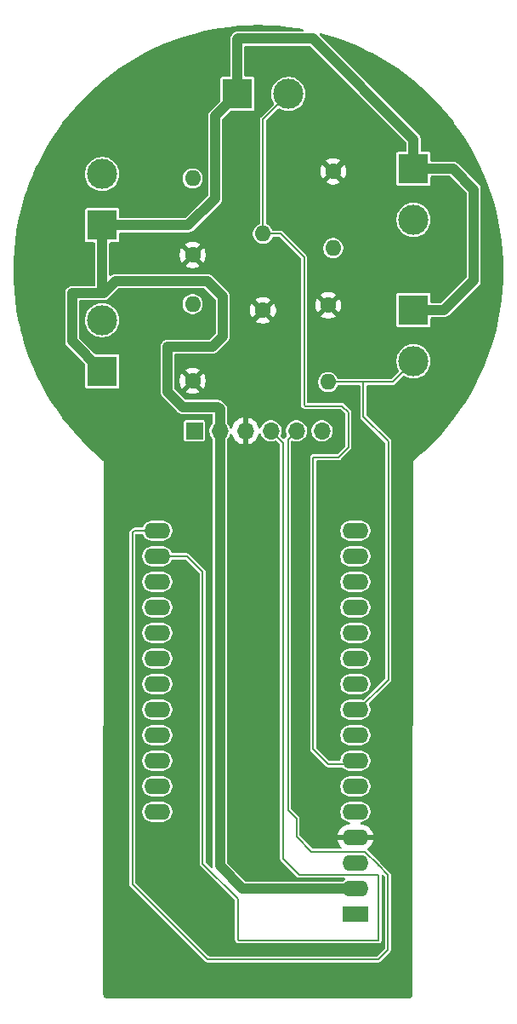
<source format=gbr>
%TF.GenerationSoftware,KiCad,Pcbnew,9.0.0*%
%TF.CreationDate,2025-04-01T22:06:04-04:00*%
%TF.ProjectId,asl,61736c2e-6b69-4636-9164-5f7063625858,rev?*%
%TF.SameCoordinates,Original*%
%TF.FileFunction,Copper,L1,Top*%
%TF.FilePolarity,Positive*%
%FSLAX46Y46*%
G04 Gerber Fmt 4.6, Leading zero omitted, Abs format (unit mm)*
G04 Created by KiCad (PCBNEW 9.0.0) date 2025-04-01 22:06:04*
%MOMM*%
%LPD*%
G01*
G04 APERTURE LIST*
G04 Aperture macros list*
%AMRoundRect*
0 Rectangle with rounded corners*
0 $1 Rounding radius*
0 $2 $3 $4 $5 $6 $7 $8 $9 X,Y pos of 4 corners*
0 Add a 4 corners polygon primitive as box body*
4,1,4,$2,$3,$4,$5,$6,$7,$8,$9,$2,$3,0*
0 Add four circle primitives for the rounded corners*
1,1,$1+$1,$2,$3*
1,1,$1+$1,$4,$5*
1,1,$1+$1,$6,$7*
1,1,$1+$1,$8,$9*
0 Add four rect primitives between the rounded corners*
20,1,$1+$1,$2,$3,$4,$5,0*
20,1,$1+$1,$4,$5,$6,$7,0*
20,1,$1+$1,$6,$7,$8,$9,0*
20,1,$1+$1,$8,$9,$2,$3,0*%
G04 Aperture macros list end*
%TA.AperFunction,ComponentPad*%
%ADD10O,1.600000X1.600000*%
%TD*%
%TA.AperFunction,ComponentPad*%
%ADD11C,1.600000*%
%TD*%
%TA.AperFunction,ComponentPad*%
%ADD12R,3.000000X3.000000*%
%TD*%
%TA.AperFunction,ComponentPad*%
%ADD13C,3.000000*%
%TD*%
%TA.AperFunction,ComponentPad*%
%ADD14RoundRect,0.250000X1.050000X0.550000X-1.050000X0.550000X-1.050000X-0.550000X1.050000X-0.550000X0*%
%TD*%
%TA.AperFunction,ComponentPad*%
%ADD15O,2.600000X1.600000*%
%TD*%
%TA.AperFunction,ComponentPad*%
%ADD16R,1.700000X1.700000*%
%TD*%
%TA.AperFunction,ComponentPad*%
%ADD17O,1.700000X1.700000*%
%TD*%
%TA.AperFunction,Conductor*%
%ADD18C,1.000000*%
%TD*%
%TA.AperFunction,Conductor*%
%ADD19C,0.200000*%
%TD*%
G04 APERTURE END LIST*
D10*
%TO.P,R3,2*%
%TO.N,Net-(A1-I34{slash}A2)*%
X146500000Y-64780000D03*
D11*
%TO.P,R3,1*%
%TO.N,GND*%
X146500000Y-72400000D03*
%TD*%
D12*
%TO.P,J1,1,Pin_1*%
%TO.N,+3V3*%
X130500000Y-78440000D03*
D13*
%TO.P,J1,2,Pin_2*%
%TO.N,Net-(A1-DAC2{slash}A0)*%
X130500000Y-73360000D03*
%TD*%
D14*
%TO.P,A1,1,~{RESET}*%
%TO.N,unconnected-(A1-~{RESET}-Pad1)*%
X155700000Y-132400000D03*
D15*
%TO.P,A1,2,3V3*%
%TO.N,+3V3*%
X155700000Y-129860000D03*
%TO.P,A1,3,NC*%
%TO.N,unconnected-(A1-NC-Pad3)*%
X155700000Y-127320000D03*
%TO.P,A1,4,GND*%
%TO.N,GND*%
X155700000Y-124780000D03*
%TO.P,A1,5,DAC2/A0*%
%TO.N,Net-(A1-DAC2{slash}A0)*%
X155700000Y-122240000D03*
%TO.P,A1,6,DAC1/A1*%
%TO.N,Net-(A1-DAC1{slash}A1)*%
X155700000Y-119700000D03*
%TO.P,A1,7,I34/A2*%
%TO.N,Net-(A1-I34{slash}A2)*%
X155700000Y-117160000D03*
%TO.P,A1,8,I39/A3*%
%TO.N,Net-(A1-I39{slash}A3)*%
X155700000Y-114620000D03*
%TO.P,A1,9,IO36/A4*%
%TO.N,Net-(A1-IO36{slash}A4)*%
X155700000Y-112080000D03*
%TO.P,A1,10,IO4/A5*%
%TO.N,unconnected-(A1-IO4{slash}A5-Pad10)*%
X155700000Y-109540000D03*
%TO.P,A1,11,SCK/IO5*%
%TO.N,unconnected-(A1-SCK{slash}IO5-Pad11)*%
X155700000Y-107000000D03*
%TO.P,A1,12,MOSI/IO18*%
%TO.N,unconnected-(A1-MOSI{slash}IO18-Pad12)*%
X155700000Y-104460000D03*
%TO.P,A1,13,MISO/IO19*%
%TO.N,unconnected-(A1-MISO{slash}IO19-Pad13)*%
X155700000Y-101920000D03*
%TO.P,A1,14,RX/IO16*%
%TO.N,unconnected-(A1-RX{slash}IO16-Pad14)*%
X155700000Y-99380000D03*
%TO.P,A1,15,TX/IO17*%
%TO.N,unconnected-(A1-TX{slash}IO17-Pad15)*%
X155700000Y-96840000D03*
%TO.P,A1,16,IO21*%
%TO.N,unconnected-(A1-IO21-Pad16)*%
X155700000Y-94300000D03*
%TO.P,A1,17,SDA/IO23*%
%TO.N,Net-(A1-SDA{slash}IO23)*%
X135980000Y-94300000D03*
%TO.P,A1,18,SCL/IO22*%
%TO.N,Net-(A1-SCL{slash}IO22)*%
X135980000Y-96840000D03*
%TO.P,A1,19,A6/IO14*%
%TO.N,unconnected-(A1-A6{slash}IO14-Pad19)*%
X135980000Y-99380000D03*
%TO.P,A1,20,A7/IO32*%
%TO.N,unconnected-(A1-A7{slash}IO32-Pad20)*%
X135980000Y-101920000D03*
%TO.P,A1,21,A8/IO15*%
%TO.N,unconnected-(A1-A8{slash}IO15-Pad21)*%
X135980000Y-104460000D03*
%TO.P,A1,22,A9/IO33*%
%TO.N,unconnected-(A1-A9{slash}IO33-Pad22)*%
X135980000Y-107000000D03*
%TO.P,A1,23,A10/IO27*%
%TO.N,unconnected-(A1-A10{slash}IO27-Pad23)*%
X135980000Y-109540000D03*
%TO.P,A1,24,A11/IO12*%
%TO.N,unconnected-(A1-A11{slash}IO12-Pad24)*%
X135980000Y-112080000D03*
%TO.P,A1,25,A12/IO13*%
%TO.N,unconnected-(A1-A12{slash}IO13-Pad25)*%
X135980000Y-114620000D03*
%TO.P,A1,26,USB*%
%TO.N,unconnected-(A1-USB-Pad26)*%
X135980000Y-117160000D03*
%TO.P,A1,27,EN*%
%TO.N,unconnected-(A1-EN-Pad27)*%
X135980000Y-119700000D03*
%TO.P,A1,28,VBAT*%
%TO.N,unconnected-(A1-VBAT-Pad28)*%
X135980000Y-122240000D03*
%TD*%
D11*
%TO.P,R1,1*%
%TO.N,GND*%
X139500000Y-79400000D03*
D10*
%TO.P,R1,2*%
%TO.N,Net-(A1-DAC2{slash}A0)*%
X139500000Y-71780000D03*
%TD*%
D11*
%TO.P,R5,1*%
%TO.N,GND*%
X153000000Y-71900000D03*
D10*
%TO.P,R5,2*%
%TO.N,Net-(A1-IO36{slash}A4)*%
X153000000Y-79520000D03*
%TD*%
D11*
%TO.P,R2,1*%
%TO.N,GND*%
X139500000Y-66900000D03*
D10*
%TO.P,R2,2*%
%TO.N,Net-(A1-DAC1{slash}A1)*%
X139500000Y-59280000D03*
%TD*%
D12*
%TO.P,J4,1,Pin_1*%
%TO.N,+3V3*%
X161500000Y-58320000D03*
D13*
%TO.P,J4,2,Pin_2*%
%TO.N,Net-(A1-I39{slash}A3)*%
X161500000Y-63400000D03*
%TD*%
D12*
%TO.P,J2,1,Pin_1*%
%TO.N,+3V3*%
X130500000Y-63940000D03*
D13*
%TO.P,J2,2,Pin_2*%
%TO.N,Net-(A1-DAC1{slash}A1)*%
X130500000Y-58860000D03*
%TD*%
D12*
%TO.P,J3,1,Pin_1*%
%TO.N,+3V3*%
X143960000Y-50900000D03*
D13*
%TO.P,J3,2,Pin_2*%
%TO.N,Net-(A1-I34{slash}A2)*%
X149040000Y-50900000D03*
%TD*%
D16*
%TO.P,J6,1,Pin_1*%
%TO.N,unconnected-(J6-Pin_1-Pad1)*%
X139675000Y-84375000D03*
D17*
%TO.P,J6,2,Pin_2*%
%TO.N,+3V3*%
X142215000Y-84375000D03*
%TO.P,J6,3,Pin_3*%
%TO.N,GND*%
X144755000Y-84375000D03*
%TO.P,J6,4,Pin_4*%
%TO.N,Net-(A1-SCL{slash}IO22)*%
X147295000Y-84375000D03*
%TO.P,J6,5,Pin_5*%
%TO.N,Net-(A1-SDA{slash}IO23)*%
X149835000Y-84375000D03*
%TO.P,J6,6,Pin_6*%
%TO.N,unconnected-(J6-Pin_6-Pad6)*%
X152375000Y-84375000D03*
%TD*%
D12*
%TO.P,J5,1,Pin_1*%
%TO.N,+3V3*%
X161500000Y-72360000D03*
D13*
%TO.P,J5,2,Pin_2*%
%TO.N,Net-(A1-IO36{slash}A4)*%
X161500000Y-77440000D03*
%TD*%
D11*
%TO.P,R4,1*%
%TO.N,GND*%
X153500000Y-58590000D03*
D10*
%TO.P,R4,2*%
%TO.N,Net-(A1-I39{slash}A3)*%
X153500000Y-66210000D03*
%TD*%
D18*
%TO.N,+3V3*%
X144460000Y-129860000D02*
X142215000Y-127615000D01*
X164540000Y-72360000D02*
X161500000Y-72360000D01*
X156000000Y-129860000D02*
X144460000Y-129860000D01*
X167500000Y-69400000D02*
X164540000Y-72360000D01*
X143960000Y-50900000D02*
X143960000Y-45440000D01*
X139060000Y-63940000D02*
X141758000Y-61242000D01*
X141000000Y-69500000D02*
X142500000Y-71000000D01*
D19*
X143960000Y-45440000D02*
X144000000Y-45400000D01*
D18*
X141500000Y-76000000D02*
X137000000Y-76000000D01*
X161500000Y-58320000D02*
X165420000Y-58320000D01*
X130500000Y-63940000D02*
X130500000Y-70544999D01*
X130634001Y-70679000D02*
X131813001Y-69500000D01*
X142000000Y-82000000D02*
X142215000Y-82215000D01*
X137000000Y-76000000D02*
X137000000Y-80500000D01*
X161500000Y-55400000D02*
X161500000Y-58320000D01*
X151500000Y-45400000D02*
X161500000Y-55400000D01*
X165420000Y-58320000D02*
X167500000Y-60400000D01*
X141758000Y-53102000D02*
X143960000Y-50900000D01*
X138500000Y-82000000D02*
X142000000Y-82000000D01*
X142500000Y-75000000D02*
X141500000Y-76000000D01*
X127500000Y-70679000D02*
X127500000Y-75440000D01*
X141758000Y-61242000D02*
X141758000Y-53102000D01*
X130500000Y-63940000D02*
X139060000Y-63940000D01*
X142215000Y-82215000D02*
X142215000Y-84375000D01*
X144000000Y-45400000D02*
X151500000Y-45400000D01*
X137000000Y-80500000D02*
X138500000Y-82000000D01*
D19*
X130500000Y-70544999D02*
X130634001Y-70679000D01*
D18*
X142215000Y-127615000D02*
X142215000Y-84375000D01*
X142500000Y-71000000D02*
X142500000Y-75000000D01*
X167500000Y-60400000D02*
X167500000Y-69400000D01*
X130634001Y-70679000D02*
X127500000Y-70679000D01*
X127500000Y-75440000D02*
X130500000Y-78440000D01*
X131813001Y-69500000D02*
X141000000Y-69500000D01*
D19*
%TO.N,Net-(A1-SDA{slash}IO23)*%
X151319000Y-126219000D02*
X149835000Y-124735000D01*
X149835000Y-84375000D02*
X149000000Y-85210000D01*
X149000000Y-85210000D02*
X149000000Y-122065000D01*
X136080000Y-93900000D02*
X135680000Y-94300000D01*
X158000000Y-136900000D02*
X158937048Y-135962952D01*
X157968524Y-127531476D02*
X156656049Y-126219000D01*
X158937048Y-135962952D02*
X158937048Y-128500000D01*
X133700000Y-94300000D02*
X133500000Y-94500000D01*
X158000000Y-127562951D02*
X157968524Y-127531476D01*
X149000000Y-122065000D02*
X149835000Y-122900000D01*
X156656049Y-126219000D02*
X151319000Y-126219000D01*
X133500000Y-94500000D02*
X133500000Y-129400000D01*
X158937048Y-128500000D02*
X157968524Y-127531476D01*
X149835000Y-124735000D02*
X149835000Y-122900000D01*
X135680000Y-94300000D02*
X133700000Y-94300000D01*
X149835000Y-122900000D02*
X149835000Y-123302100D01*
X133500000Y-129400000D02*
X141000000Y-136900000D01*
X141000000Y-136900000D02*
X158000000Y-136900000D01*
%TO.N,Net-(A1-SCL{slash}IO22)*%
X147295000Y-84375000D02*
X148500000Y-85580000D01*
X148500000Y-126900000D02*
X150100000Y-128500000D01*
X144000000Y-130900000D02*
X140500000Y-127400000D01*
X150100000Y-128500000D02*
X158000000Y-128500000D01*
X144100000Y-135000000D02*
X144000000Y-134900000D01*
X148500000Y-85580000D02*
X148500000Y-126900000D01*
X140500000Y-98400000D02*
X138940000Y-96840000D01*
X138940000Y-96840000D02*
X135680000Y-96840000D01*
X144000000Y-134900000D02*
X144000000Y-130900000D01*
X158000000Y-128500000D02*
X158000000Y-135000000D01*
X140500000Y-127400000D02*
X140500000Y-98400000D01*
X158000000Y-135000000D02*
X144100000Y-135000000D01*
%TO.N,Net-(A1-IO36{slash}A4)*%
X159420000Y-79520000D02*
X156500000Y-79520000D01*
X159000000Y-109080000D02*
X156000000Y-112080000D01*
X156122149Y-112080000D02*
X156000000Y-112080000D01*
X156500000Y-82952810D02*
X159000000Y-85452810D01*
X155820000Y-111900000D02*
X156000000Y-112080000D01*
X161500000Y-77440000D02*
X159420000Y-79520000D01*
X159000000Y-85452810D02*
X159000000Y-109080000D01*
X156500000Y-79520000D02*
X156500000Y-82952810D01*
X156500000Y-79520000D02*
X153000000Y-79520000D01*
%TO.N,Net-(A1-I34{slash}A2)*%
X146500000Y-53440000D02*
X146500000Y-64780000D01*
X155000000Y-82500000D02*
X155000000Y-86000000D01*
X146500000Y-64780000D02*
X148248000Y-64780000D01*
X154760000Y-117160000D02*
X156000000Y-117160000D01*
X155660000Y-117500000D02*
X156000000Y-117160000D01*
X151500000Y-87000000D02*
X151500000Y-116000000D01*
X150698000Y-81900000D02*
X154400000Y-81900000D01*
X150599000Y-67131000D02*
X150599000Y-81801000D01*
X153000000Y-117500000D02*
X155660000Y-117500000D01*
X150599000Y-81801000D02*
X150698000Y-81900000D01*
X151500000Y-116000000D02*
X153000000Y-117500000D01*
X154000000Y-87000000D02*
X151500000Y-87000000D01*
X154400000Y-81900000D02*
X155000000Y-82500000D01*
X148248000Y-64780000D02*
X150599000Y-67131000D01*
X155000000Y-86000000D02*
X154000000Y-87000000D01*
X149040000Y-50900000D02*
X146500000Y-53440000D01*
%TD*%
%TA.AperFunction,Conductor*%
%TO.N,GND*%
G36*
X147032667Y-44065139D02*
G01*
X147037594Y-44065337D01*
X148013717Y-44124379D01*
X148018638Y-44124776D01*
X148991594Y-44223074D01*
X148996460Y-44223665D01*
X149964646Y-44361055D01*
X149969575Y-44361856D01*
X150469849Y-44453531D01*
X150532242Y-44484977D01*
X150567730Y-44545163D01*
X150565045Y-44614981D01*
X150525039Y-44672264D01*
X150460415Y-44698825D01*
X150447498Y-44699500D01*
X143931005Y-44699500D01*
X143795677Y-44726418D01*
X143795667Y-44726421D01*
X143668195Y-44779221D01*
X143668182Y-44779228D01*
X143553458Y-44855885D01*
X143553454Y-44855888D01*
X143513459Y-44895885D01*
X143513458Y-44895886D01*
X143476035Y-44933309D01*
X143415884Y-44993459D01*
X143339228Y-45108182D01*
X143339221Y-45108195D01*
X143286421Y-45235667D01*
X143286418Y-45235677D01*
X143259500Y-45371004D01*
X143259500Y-49075500D01*
X143239815Y-49142539D01*
X143187011Y-49188294D01*
X143135500Y-49199500D01*
X142440247Y-49199500D01*
X142381770Y-49211131D01*
X142381769Y-49211132D01*
X142315447Y-49255447D01*
X142271132Y-49321769D01*
X142271131Y-49321770D01*
X142259500Y-49380247D01*
X142259500Y-51558480D01*
X142239815Y-51625519D01*
X142223181Y-51646161D01*
X141213890Y-52655451D01*
X141213884Y-52655458D01*
X141152324Y-52747590D01*
X141152325Y-52747591D01*
X141137222Y-52770193D01*
X141084421Y-52897667D01*
X141084418Y-52897677D01*
X141057500Y-53033004D01*
X141057500Y-60900481D01*
X141037815Y-60967520D01*
X141021181Y-60988162D01*
X138806162Y-63203181D01*
X138744839Y-63236666D01*
X138718481Y-63239500D01*
X132324500Y-63239500D01*
X132257461Y-63219815D01*
X132211706Y-63167011D01*
X132200500Y-63115500D01*
X132200500Y-62420249D01*
X132200499Y-62420247D01*
X132188868Y-62361770D01*
X132188867Y-62361769D01*
X132144552Y-62295447D01*
X132078230Y-62251132D01*
X132078229Y-62251131D01*
X132019752Y-62239500D01*
X132019748Y-62239500D01*
X128980252Y-62239500D01*
X128980247Y-62239500D01*
X128921770Y-62251131D01*
X128921769Y-62251132D01*
X128855447Y-62295447D01*
X128811132Y-62361769D01*
X128811131Y-62361770D01*
X128799500Y-62420247D01*
X128799500Y-65459752D01*
X128811131Y-65518229D01*
X128811132Y-65518230D01*
X128855447Y-65584552D01*
X128921769Y-65628867D01*
X128921770Y-65628868D01*
X128980247Y-65640499D01*
X128980250Y-65640500D01*
X128980252Y-65640500D01*
X129675500Y-65640500D01*
X129742539Y-65660185D01*
X129788294Y-65712989D01*
X129799500Y-65764500D01*
X129799500Y-69854500D01*
X129779815Y-69921539D01*
X129727011Y-69967294D01*
X129675500Y-69978500D01*
X127431005Y-69978500D01*
X127295677Y-70005418D01*
X127295667Y-70005421D01*
X127168195Y-70058221D01*
X127168182Y-70058228D01*
X127053458Y-70134885D01*
X127053454Y-70134888D01*
X126955888Y-70232454D01*
X126955885Y-70232458D01*
X126879228Y-70347182D01*
X126879221Y-70347195D01*
X126826421Y-70474667D01*
X126826418Y-70474677D01*
X126799500Y-70610004D01*
X126799500Y-70610007D01*
X126799500Y-75371006D01*
X126799500Y-75508994D01*
X126799500Y-75508996D01*
X126799499Y-75508996D01*
X126826418Y-75644322D01*
X126826421Y-75644332D01*
X126879222Y-75771807D01*
X126955887Y-75886545D01*
X126955888Y-75886546D01*
X128763181Y-77693838D01*
X128796666Y-77755161D01*
X128799500Y-77781519D01*
X128799500Y-79959752D01*
X128811131Y-80018229D01*
X128811132Y-80018230D01*
X128855447Y-80084552D01*
X128921769Y-80128867D01*
X128921770Y-80128868D01*
X128980247Y-80140499D01*
X128980250Y-80140500D01*
X128980252Y-80140500D01*
X132019750Y-80140500D01*
X132019751Y-80140499D01*
X132034568Y-80137552D01*
X132078229Y-80128868D01*
X132078229Y-80128867D01*
X132078231Y-80128867D01*
X132144552Y-80084552D01*
X132188867Y-80018231D01*
X132188867Y-80018229D01*
X132188868Y-80018229D01*
X132200499Y-79959752D01*
X132200500Y-79959750D01*
X132200500Y-76920249D01*
X132200499Y-76920247D01*
X132188868Y-76861770D01*
X132188867Y-76861769D01*
X132144552Y-76795447D01*
X132078230Y-76751132D01*
X132078229Y-76751131D01*
X132019752Y-76739500D01*
X132019748Y-76739500D01*
X129841519Y-76739500D01*
X129774480Y-76719815D01*
X129753838Y-76703181D01*
X128236819Y-75186162D01*
X128203334Y-75124839D01*
X128200500Y-75098481D01*
X128200500Y-73248549D01*
X128799500Y-73248549D01*
X128799500Y-73471450D01*
X128799501Y-73471466D01*
X128828594Y-73692452D01*
X128828595Y-73692457D01*
X128828596Y-73692463D01*
X128828597Y-73692465D01*
X128886290Y-73907780D01*
X128886293Y-73907790D01*
X128949548Y-74060500D01*
X128971595Y-74113726D01*
X129083052Y-74306774D01*
X129083057Y-74306780D01*
X129083058Y-74306782D01*
X129218751Y-74483622D01*
X129218757Y-74483629D01*
X129376370Y-74641242D01*
X129376377Y-74641248D01*
X129486203Y-74725520D01*
X129553226Y-74776948D01*
X129746274Y-74888405D01*
X129952219Y-74973710D01*
X130167537Y-75031404D01*
X130388543Y-75060500D01*
X130388550Y-75060500D01*
X130611450Y-75060500D01*
X130611457Y-75060500D01*
X130832463Y-75031404D01*
X131047781Y-74973710D01*
X131253726Y-74888405D01*
X131446774Y-74776948D01*
X131623624Y-74641247D01*
X131781247Y-74483624D01*
X131916948Y-74306774D01*
X132028405Y-74113726D01*
X132113710Y-73907781D01*
X132171404Y-73692463D01*
X132200500Y-73471457D01*
X132200500Y-73248543D01*
X132171404Y-73027537D01*
X132113710Y-72812219D01*
X132028405Y-72606274D01*
X131916948Y-72413226D01*
X131830067Y-72300000D01*
X131781248Y-72236377D01*
X131781242Y-72236370D01*
X131623629Y-72078757D01*
X131623622Y-72078751D01*
X131446782Y-71943058D01*
X131446780Y-71943057D01*
X131446774Y-71943052D01*
X131335042Y-71878543D01*
X138499499Y-71878543D01*
X138537947Y-72071829D01*
X138537950Y-72071839D01*
X138613364Y-72253907D01*
X138613371Y-72253920D01*
X138722860Y-72417781D01*
X138722863Y-72417785D01*
X138862214Y-72557136D01*
X138862218Y-72557139D01*
X139026079Y-72666628D01*
X139026092Y-72666635D01*
X139208160Y-72742049D01*
X139208165Y-72742051D01*
X139208169Y-72742051D01*
X139208170Y-72742052D01*
X139401456Y-72780500D01*
X139401459Y-72780500D01*
X139598543Y-72780500D01*
X139734011Y-72753553D01*
X139791835Y-72742051D01*
X139973914Y-72666632D01*
X140137782Y-72557139D01*
X140277139Y-72417782D01*
X140386632Y-72253914D01*
X140462051Y-72071835D01*
X140476340Y-72000000D01*
X140500500Y-71878543D01*
X140500500Y-71681456D01*
X140462052Y-71488170D01*
X140462051Y-71488169D01*
X140462051Y-71488165D01*
X140422423Y-71392494D01*
X140386635Y-71306092D01*
X140386628Y-71306079D01*
X140277139Y-71142218D01*
X140277136Y-71142214D01*
X140137785Y-71002863D01*
X140137781Y-71002860D01*
X139973920Y-70893371D01*
X139973907Y-70893364D01*
X139791839Y-70817950D01*
X139791829Y-70817947D01*
X139598543Y-70779500D01*
X139598541Y-70779500D01*
X139401459Y-70779500D01*
X139401457Y-70779500D01*
X139208170Y-70817947D01*
X139208160Y-70817950D01*
X139026092Y-70893364D01*
X139026079Y-70893371D01*
X138862218Y-71002860D01*
X138862214Y-71002863D01*
X138722863Y-71142214D01*
X138722860Y-71142218D01*
X138613371Y-71306079D01*
X138613364Y-71306092D01*
X138537950Y-71488160D01*
X138537947Y-71488170D01*
X138499500Y-71681456D01*
X138499500Y-71681459D01*
X138499500Y-71878541D01*
X138499500Y-71878543D01*
X138499499Y-71878543D01*
X131335042Y-71878543D01*
X131253726Y-71831595D01*
X131253716Y-71831590D01*
X131153134Y-71789928D01*
X131153133Y-71789928D01*
X131047790Y-71746293D01*
X131047783Y-71746291D01*
X131047781Y-71746290D01*
X130832463Y-71688596D01*
X130832457Y-71688595D01*
X130832452Y-71688594D01*
X130611466Y-71659501D01*
X130611463Y-71659500D01*
X130611457Y-71659500D01*
X130388543Y-71659500D01*
X130388537Y-71659500D01*
X130388533Y-71659501D01*
X130167547Y-71688594D01*
X130167540Y-71688595D01*
X130167537Y-71688596D01*
X129954772Y-71745606D01*
X129952219Y-71746290D01*
X129952209Y-71746293D01*
X129746277Y-71831593D01*
X129746273Y-71831595D01*
X129553226Y-71943052D01*
X129553217Y-71943058D01*
X129376377Y-72078751D01*
X129376370Y-72078757D01*
X129218757Y-72236370D01*
X129218751Y-72236377D01*
X129083058Y-72413217D01*
X129083052Y-72413226D01*
X128971595Y-72606273D01*
X128971593Y-72606277D01*
X128886293Y-72812209D01*
X128886290Y-72812219D01*
X128841475Y-72979474D01*
X128828597Y-73027534D01*
X128828594Y-73027547D01*
X128799501Y-73248533D01*
X128799500Y-73248549D01*
X128200500Y-73248549D01*
X128200500Y-71503500D01*
X128220185Y-71436461D01*
X128272989Y-71390706D01*
X128324500Y-71379500D01*
X130702997Y-71379500D01*
X130794041Y-71361389D01*
X130838329Y-71352580D01*
X130915722Y-71320523D01*
X130965808Y-71299777D01*
X130965809Y-71299776D01*
X130965812Y-71299775D01*
X131080544Y-71223114D01*
X132066839Y-70236819D01*
X132128162Y-70203334D01*
X132154520Y-70200500D01*
X140658481Y-70200500D01*
X140725520Y-70220185D01*
X140746162Y-70236819D01*
X141763181Y-71253837D01*
X141796666Y-71315160D01*
X141799500Y-71341518D01*
X141799500Y-74658481D01*
X141779815Y-74725520D01*
X141763181Y-74746162D01*
X141246162Y-75263181D01*
X141184839Y-75296666D01*
X141158481Y-75299500D01*
X136931005Y-75299500D01*
X136795677Y-75326418D01*
X136795667Y-75326421D01*
X136668195Y-75379221D01*
X136668182Y-75379228D01*
X136553458Y-75455885D01*
X136553454Y-75455888D01*
X136455888Y-75553454D01*
X136455885Y-75553458D01*
X136379228Y-75668182D01*
X136379221Y-75668195D01*
X136326421Y-75795667D01*
X136326418Y-75795677D01*
X136299500Y-75931004D01*
X136299500Y-75931007D01*
X136299500Y-80431006D01*
X136299500Y-80568994D01*
X136299500Y-80568996D01*
X136299499Y-80568996D01*
X136326418Y-80704322D01*
X136326421Y-80704332D01*
X136379222Y-80831807D01*
X136455887Y-80946545D01*
X136455888Y-80946546D01*
X137955886Y-82446542D01*
X138053458Y-82544114D01*
X138053459Y-82544115D01*
X138168182Y-82620771D01*
X138168186Y-82620773D01*
X138168189Y-82620775D01*
X138242866Y-82651707D01*
X138295671Y-82673580D01*
X138322591Y-82678934D01*
X138419630Y-82698237D01*
X138431006Y-82700500D01*
X138431007Y-82700500D01*
X141390500Y-82700500D01*
X141457539Y-82720185D01*
X141503294Y-82772989D01*
X141514500Y-82824500D01*
X141514500Y-83538505D01*
X141494815Y-83605544D01*
X141478181Y-83626186D01*
X141399025Y-83705341D01*
X141399024Y-83705342D01*
X141284058Y-83877403D01*
X141204870Y-84068579D01*
X141204868Y-84068587D01*
X141164500Y-84271530D01*
X141164500Y-84478469D01*
X141204868Y-84681412D01*
X141204870Y-84681420D01*
X141270939Y-84840925D01*
X141284059Y-84872598D01*
X141399023Y-85044655D01*
X141478182Y-85123814D01*
X141511666Y-85185135D01*
X141514500Y-85211494D01*
X141514500Y-127690086D01*
X141511824Y-127690086D01*
X141500406Y-127747606D01*
X141451911Y-127797905D01*
X141383920Y-127814000D01*
X141318021Y-127790781D01*
X141302827Y-127777856D01*
X140836819Y-127311848D01*
X140803334Y-127250525D01*
X140800500Y-127224167D01*
X140800500Y-98360439D01*
X140780020Y-98284009D01*
X140780017Y-98284004D01*
X140740464Y-98215495D01*
X140740458Y-98215487D01*
X139124512Y-96599541D01*
X139124504Y-96599535D01*
X139055995Y-96559982D01*
X139055990Y-96559979D01*
X139030513Y-96553152D01*
X138979562Y-96539500D01*
X138979560Y-96539500D01*
X137521316Y-96539500D01*
X137454277Y-96519815D01*
X137408522Y-96467011D01*
X137406755Y-96462952D01*
X137366635Y-96366092D01*
X137366628Y-96366079D01*
X137257139Y-96202218D01*
X137257136Y-96202214D01*
X137117785Y-96062863D01*
X137117781Y-96062860D01*
X136953920Y-95953371D01*
X136953907Y-95953364D01*
X136771839Y-95877950D01*
X136771829Y-95877947D01*
X136578543Y-95839500D01*
X136578541Y-95839500D01*
X135381459Y-95839500D01*
X135381457Y-95839500D01*
X135188170Y-95877947D01*
X135188160Y-95877950D01*
X135006092Y-95953364D01*
X135006079Y-95953371D01*
X134842218Y-96062860D01*
X134842214Y-96062863D01*
X134702863Y-96202214D01*
X134702860Y-96202218D01*
X134593371Y-96366079D01*
X134593364Y-96366092D01*
X134517950Y-96548160D01*
X134517947Y-96548170D01*
X134479500Y-96741456D01*
X134479500Y-96741459D01*
X134479500Y-96938541D01*
X134479500Y-96938543D01*
X134479499Y-96938543D01*
X134517947Y-97131829D01*
X134517950Y-97131839D01*
X134593364Y-97313907D01*
X134593371Y-97313920D01*
X134702860Y-97477781D01*
X134702863Y-97477785D01*
X134842214Y-97617136D01*
X134842218Y-97617139D01*
X135006079Y-97726628D01*
X135006092Y-97726635D01*
X135188160Y-97802049D01*
X135188165Y-97802051D01*
X135188169Y-97802051D01*
X135188170Y-97802052D01*
X135381456Y-97840500D01*
X135381459Y-97840500D01*
X136578543Y-97840500D01*
X136708582Y-97814632D01*
X136771835Y-97802051D01*
X136953914Y-97726632D01*
X137117782Y-97617139D01*
X137257139Y-97477782D01*
X137366632Y-97313914D01*
X137406755Y-97217048D01*
X137450595Y-97162644D01*
X137516889Y-97140579D01*
X137521316Y-97140500D01*
X138764167Y-97140500D01*
X138831206Y-97160185D01*
X138851848Y-97176819D01*
X140163181Y-98488152D01*
X140196666Y-98549475D01*
X140199500Y-98575833D01*
X140199500Y-127439562D01*
X140203404Y-127454131D01*
X140219979Y-127515990D01*
X140219982Y-127515995D01*
X140251764Y-127571044D01*
X140251765Y-127571044D01*
X140259540Y-127584511D01*
X140259542Y-127584514D01*
X143663181Y-130988152D01*
X143696666Y-131049475D01*
X143699500Y-131075833D01*
X143699500Y-134939562D01*
X143713152Y-134990513D01*
X143719979Y-135015990D01*
X143733588Y-135039560D01*
X143733590Y-135039563D01*
X143759537Y-135084507D01*
X143759539Y-135084510D01*
X143759540Y-135084511D01*
X143859540Y-135184511D01*
X143915489Y-135240460D01*
X143915491Y-135240461D01*
X143915495Y-135240464D01*
X143984004Y-135280017D01*
X143984011Y-135280021D01*
X144060438Y-135300500D01*
X144060440Y-135300500D01*
X158039560Y-135300500D01*
X158039562Y-135300500D01*
X158115989Y-135280021D01*
X158184511Y-135240460D01*
X158240460Y-135184511D01*
X158280021Y-135115989D01*
X158300500Y-135039562D01*
X158300500Y-128587785D01*
X158306738Y-128566539D01*
X158308318Y-128544451D01*
X158316390Y-128533667D01*
X158320185Y-128520746D01*
X158336918Y-128506246D01*
X158350190Y-128488518D01*
X158362810Y-128483810D01*
X158372989Y-128474991D01*
X158394906Y-128471839D01*
X158415654Y-128464101D01*
X158428814Y-128466963D01*
X158442147Y-128465047D01*
X158462290Y-128474246D01*
X158483927Y-128478953D01*
X158501652Y-128492221D01*
X158505703Y-128494072D01*
X158512181Y-128500104D01*
X158600229Y-128588152D01*
X158633714Y-128649475D01*
X158636548Y-128675833D01*
X158636548Y-135787119D01*
X158616863Y-135854158D01*
X158600229Y-135874800D01*
X157911848Y-136563181D01*
X157850525Y-136596666D01*
X157824167Y-136599500D01*
X141175833Y-136599500D01*
X141108794Y-136579815D01*
X141088152Y-136563181D01*
X133836819Y-129311848D01*
X133803334Y-129250525D01*
X133800500Y-129224167D01*
X133800500Y-122338543D01*
X134479499Y-122338543D01*
X134517947Y-122531829D01*
X134517950Y-122531839D01*
X134593364Y-122713907D01*
X134593371Y-122713920D01*
X134702860Y-122877781D01*
X134702863Y-122877785D01*
X134842214Y-123017136D01*
X134842218Y-123017139D01*
X135006079Y-123126628D01*
X135006092Y-123126635D01*
X135188160Y-123202049D01*
X135188165Y-123202051D01*
X135188169Y-123202051D01*
X135188170Y-123202052D01*
X135381456Y-123240500D01*
X135381459Y-123240500D01*
X136578543Y-123240500D01*
X136708582Y-123214632D01*
X136771835Y-123202051D01*
X136953914Y-123126632D01*
X137117782Y-123017139D01*
X137257139Y-122877782D01*
X137366632Y-122713914D01*
X137442051Y-122531835D01*
X137480500Y-122338541D01*
X137480500Y-122141459D01*
X137480500Y-122141456D01*
X137442052Y-121948170D01*
X137442051Y-121948169D01*
X137442051Y-121948165D01*
X137428531Y-121915525D01*
X137366635Y-121766092D01*
X137366628Y-121766079D01*
X137257139Y-121602218D01*
X137257136Y-121602214D01*
X137117785Y-121462863D01*
X137117781Y-121462860D01*
X136953920Y-121353371D01*
X136953907Y-121353364D01*
X136771839Y-121277950D01*
X136771829Y-121277947D01*
X136578543Y-121239500D01*
X136578541Y-121239500D01*
X135381459Y-121239500D01*
X135381457Y-121239500D01*
X135188170Y-121277947D01*
X135188160Y-121277950D01*
X135006092Y-121353364D01*
X135006079Y-121353371D01*
X134842218Y-121462860D01*
X134842214Y-121462863D01*
X134702863Y-121602214D01*
X134702860Y-121602218D01*
X134593371Y-121766079D01*
X134593364Y-121766092D01*
X134517950Y-121948160D01*
X134517947Y-121948170D01*
X134479500Y-122141456D01*
X134479500Y-122141459D01*
X134479500Y-122338541D01*
X134479500Y-122338543D01*
X134479499Y-122338543D01*
X133800500Y-122338543D01*
X133800500Y-119798543D01*
X134479499Y-119798543D01*
X134517947Y-119991829D01*
X134517950Y-119991839D01*
X134593364Y-120173907D01*
X134593371Y-120173920D01*
X134702860Y-120337781D01*
X134702863Y-120337785D01*
X134842214Y-120477136D01*
X134842218Y-120477139D01*
X135006079Y-120586628D01*
X135006092Y-120586635D01*
X135188160Y-120662049D01*
X135188165Y-120662051D01*
X135188169Y-120662051D01*
X135188170Y-120662052D01*
X135381456Y-120700500D01*
X135381459Y-120700500D01*
X136578543Y-120700500D01*
X136708582Y-120674632D01*
X136771835Y-120662051D01*
X136953914Y-120586632D01*
X137117782Y-120477139D01*
X137257139Y-120337782D01*
X137366632Y-120173914D01*
X137442051Y-119991835D01*
X137480500Y-119798541D01*
X137480500Y-119601459D01*
X137480500Y-119601456D01*
X137442052Y-119408170D01*
X137442051Y-119408169D01*
X137442051Y-119408165D01*
X137442049Y-119408160D01*
X137366635Y-119226092D01*
X137366628Y-119226079D01*
X137257139Y-119062218D01*
X137257136Y-119062214D01*
X137117785Y-118922863D01*
X137117781Y-118922860D01*
X136953920Y-118813371D01*
X136953907Y-118813364D01*
X136771839Y-118737950D01*
X136771829Y-118737947D01*
X136578543Y-118699500D01*
X136578541Y-118699500D01*
X135381459Y-118699500D01*
X135381457Y-118699500D01*
X135188170Y-118737947D01*
X135188160Y-118737950D01*
X135006092Y-118813364D01*
X135006079Y-118813371D01*
X134842218Y-118922860D01*
X134842214Y-118922863D01*
X134702863Y-119062214D01*
X134702860Y-119062218D01*
X134593371Y-119226079D01*
X134593364Y-119226092D01*
X134517950Y-119408160D01*
X134517947Y-119408170D01*
X134479500Y-119601456D01*
X134479500Y-119601459D01*
X134479500Y-119798541D01*
X134479500Y-119798543D01*
X134479499Y-119798543D01*
X133800500Y-119798543D01*
X133800500Y-117258543D01*
X134479499Y-117258543D01*
X134517947Y-117451829D01*
X134517950Y-117451839D01*
X134593364Y-117633907D01*
X134593371Y-117633920D01*
X134702860Y-117797781D01*
X134702863Y-117797785D01*
X134842214Y-117937136D01*
X134842218Y-117937139D01*
X135006079Y-118046628D01*
X135006092Y-118046635D01*
X135188160Y-118122049D01*
X135188165Y-118122051D01*
X135188169Y-118122051D01*
X135188170Y-118122052D01*
X135381456Y-118160500D01*
X135381459Y-118160500D01*
X136578543Y-118160500D01*
X136708582Y-118134632D01*
X136771835Y-118122051D01*
X136953914Y-118046632D01*
X137117782Y-117937139D01*
X137257139Y-117797782D01*
X137366632Y-117633914D01*
X137442051Y-117451835D01*
X137480500Y-117258541D01*
X137480500Y-117061459D01*
X137480500Y-117061456D01*
X137442052Y-116868170D01*
X137442051Y-116868169D01*
X137442051Y-116868165D01*
X137442049Y-116868160D01*
X137366635Y-116686092D01*
X137366628Y-116686079D01*
X137257139Y-116522218D01*
X137257136Y-116522214D01*
X137117785Y-116382863D01*
X137117781Y-116382860D01*
X136953920Y-116273371D01*
X136953907Y-116273364D01*
X136771839Y-116197950D01*
X136771829Y-116197947D01*
X136578543Y-116159500D01*
X136578541Y-116159500D01*
X135381459Y-116159500D01*
X135381457Y-116159500D01*
X135188170Y-116197947D01*
X135188160Y-116197950D01*
X135006092Y-116273364D01*
X135006079Y-116273371D01*
X134842218Y-116382860D01*
X134842214Y-116382863D01*
X134702863Y-116522214D01*
X134702860Y-116522218D01*
X134593371Y-116686079D01*
X134593364Y-116686092D01*
X134517950Y-116868160D01*
X134517947Y-116868170D01*
X134479500Y-117061456D01*
X134479500Y-117061459D01*
X134479500Y-117258541D01*
X134479500Y-117258543D01*
X134479499Y-117258543D01*
X133800500Y-117258543D01*
X133800500Y-114718543D01*
X134479499Y-114718543D01*
X134517947Y-114911829D01*
X134517950Y-114911839D01*
X134593364Y-115093907D01*
X134593371Y-115093920D01*
X134702860Y-115257781D01*
X134702863Y-115257785D01*
X134842214Y-115397136D01*
X134842218Y-115397139D01*
X135006079Y-115506628D01*
X135006092Y-115506635D01*
X135188160Y-115582049D01*
X135188165Y-115582051D01*
X135188169Y-115582051D01*
X135188170Y-115582052D01*
X135381456Y-115620500D01*
X135381459Y-115620500D01*
X136578543Y-115620500D01*
X136708582Y-115594632D01*
X136771835Y-115582051D01*
X136953914Y-115506632D01*
X137117782Y-115397139D01*
X137257139Y-115257782D01*
X137366632Y-115093914D01*
X137442051Y-114911835D01*
X137480500Y-114718541D01*
X137480500Y-114521459D01*
X137480500Y-114521456D01*
X137442052Y-114328170D01*
X137442051Y-114328169D01*
X137442051Y-114328165D01*
X137442049Y-114328160D01*
X137366635Y-114146092D01*
X137366628Y-114146079D01*
X137257139Y-113982218D01*
X137257136Y-113982214D01*
X137117785Y-113842863D01*
X137117781Y-113842860D01*
X136953920Y-113733371D01*
X136953907Y-113733364D01*
X136771839Y-113657950D01*
X136771829Y-113657947D01*
X136578543Y-113619500D01*
X136578541Y-113619500D01*
X135381459Y-113619500D01*
X135381457Y-113619500D01*
X135188170Y-113657947D01*
X135188160Y-113657950D01*
X135006092Y-113733364D01*
X135006079Y-113733371D01*
X134842218Y-113842860D01*
X134842214Y-113842863D01*
X134702863Y-113982214D01*
X134702860Y-113982218D01*
X134593371Y-114146079D01*
X134593364Y-114146092D01*
X134517950Y-114328160D01*
X134517947Y-114328170D01*
X134479500Y-114521456D01*
X134479500Y-114521459D01*
X134479500Y-114718541D01*
X134479500Y-114718543D01*
X134479499Y-114718543D01*
X133800500Y-114718543D01*
X133800500Y-112178543D01*
X134479499Y-112178543D01*
X134517947Y-112371829D01*
X134517950Y-112371839D01*
X134593364Y-112553907D01*
X134593371Y-112553920D01*
X134702860Y-112717781D01*
X134702863Y-112717785D01*
X134842214Y-112857136D01*
X134842218Y-112857139D01*
X135006079Y-112966628D01*
X135006092Y-112966635D01*
X135188160Y-113042049D01*
X135188165Y-113042051D01*
X135188169Y-113042051D01*
X135188170Y-113042052D01*
X135381456Y-113080500D01*
X135381459Y-113080500D01*
X136578543Y-113080500D01*
X136708582Y-113054632D01*
X136771835Y-113042051D01*
X136953914Y-112966632D01*
X137117782Y-112857139D01*
X137257139Y-112717782D01*
X137366632Y-112553914D01*
X137442051Y-112371835D01*
X137480500Y-112178541D01*
X137480500Y-111981459D01*
X137480500Y-111981456D01*
X137442052Y-111788170D01*
X137442051Y-111788169D01*
X137442051Y-111788165D01*
X137366635Y-111606093D01*
X137366635Y-111606092D01*
X137366628Y-111606079D01*
X137257139Y-111442218D01*
X137257136Y-111442214D01*
X137117785Y-111302863D01*
X137117781Y-111302860D01*
X136953920Y-111193371D01*
X136953907Y-111193364D01*
X136771839Y-111117950D01*
X136771829Y-111117947D01*
X136578543Y-111079500D01*
X136578541Y-111079500D01*
X135381459Y-111079500D01*
X135381457Y-111079500D01*
X135188170Y-111117947D01*
X135188160Y-111117950D01*
X135006092Y-111193364D01*
X135006079Y-111193371D01*
X134842218Y-111302860D01*
X134842214Y-111302863D01*
X134702863Y-111442214D01*
X134702860Y-111442218D01*
X134593371Y-111606079D01*
X134593364Y-111606092D01*
X134517950Y-111788160D01*
X134517947Y-111788170D01*
X134479500Y-111981456D01*
X134479500Y-111981459D01*
X134479500Y-112178541D01*
X134479500Y-112178543D01*
X134479499Y-112178543D01*
X133800500Y-112178543D01*
X133800500Y-109638543D01*
X134479499Y-109638543D01*
X134517947Y-109831829D01*
X134517950Y-109831839D01*
X134593364Y-110013907D01*
X134593371Y-110013920D01*
X134702860Y-110177781D01*
X134702863Y-110177785D01*
X134842214Y-110317136D01*
X134842218Y-110317139D01*
X135006079Y-110426628D01*
X135006092Y-110426635D01*
X135188160Y-110502049D01*
X135188165Y-110502051D01*
X135188169Y-110502051D01*
X135188170Y-110502052D01*
X135381456Y-110540500D01*
X135381459Y-110540500D01*
X136578543Y-110540500D01*
X136708582Y-110514632D01*
X136771835Y-110502051D01*
X136953914Y-110426632D01*
X137117782Y-110317139D01*
X137257139Y-110177782D01*
X137366632Y-110013914D01*
X137442051Y-109831835D01*
X137480500Y-109638541D01*
X137480500Y-109441459D01*
X137480500Y-109441456D01*
X137442052Y-109248170D01*
X137442051Y-109248169D01*
X137442051Y-109248165D01*
X137420439Y-109195988D01*
X137366635Y-109066092D01*
X137366628Y-109066079D01*
X137257139Y-108902218D01*
X137257136Y-108902214D01*
X137117785Y-108762863D01*
X137117781Y-108762860D01*
X136953920Y-108653371D01*
X136953907Y-108653364D01*
X136771839Y-108577950D01*
X136771829Y-108577947D01*
X136578543Y-108539500D01*
X136578541Y-108539500D01*
X135381459Y-108539500D01*
X135381457Y-108539500D01*
X135188170Y-108577947D01*
X135188160Y-108577950D01*
X135006092Y-108653364D01*
X135006079Y-108653371D01*
X134842218Y-108762860D01*
X134842214Y-108762863D01*
X134702863Y-108902214D01*
X134702860Y-108902218D01*
X134593371Y-109066079D01*
X134593364Y-109066092D01*
X134517950Y-109248160D01*
X134517947Y-109248170D01*
X134479500Y-109441456D01*
X134479500Y-109441459D01*
X134479500Y-109638541D01*
X134479500Y-109638543D01*
X134479499Y-109638543D01*
X133800500Y-109638543D01*
X133800500Y-107098543D01*
X134479499Y-107098543D01*
X134517947Y-107291829D01*
X134517950Y-107291839D01*
X134593364Y-107473907D01*
X134593371Y-107473920D01*
X134702860Y-107637781D01*
X134702863Y-107637785D01*
X134842214Y-107777136D01*
X134842218Y-107777139D01*
X135006079Y-107886628D01*
X135006092Y-107886635D01*
X135188160Y-107962049D01*
X135188165Y-107962051D01*
X135188169Y-107962051D01*
X135188170Y-107962052D01*
X135381456Y-108000500D01*
X135381459Y-108000500D01*
X136578543Y-108000500D01*
X136708582Y-107974632D01*
X136771835Y-107962051D01*
X136953914Y-107886632D01*
X137117782Y-107777139D01*
X137257139Y-107637782D01*
X137366632Y-107473914D01*
X137442051Y-107291835D01*
X137480500Y-107098541D01*
X137480500Y-106901459D01*
X137480500Y-106901456D01*
X137442052Y-106708170D01*
X137442051Y-106708169D01*
X137442051Y-106708165D01*
X137442049Y-106708160D01*
X137366635Y-106526092D01*
X137366628Y-106526079D01*
X137257139Y-106362218D01*
X137257136Y-106362214D01*
X137117785Y-106222863D01*
X137117781Y-106222860D01*
X136953920Y-106113371D01*
X136953907Y-106113364D01*
X136771839Y-106037950D01*
X136771829Y-106037947D01*
X136578543Y-105999500D01*
X136578541Y-105999500D01*
X135381459Y-105999500D01*
X135381457Y-105999500D01*
X135188170Y-106037947D01*
X135188160Y-106037950D01*
X135006092Y-106113364D01*
X135006079Y-106113371D01*
X134842218Y-106222860D01*
X134842214Y-106222863D01*
X134702863Y-106362214D01*
X134702860Y-106362218D01*
X134593371Y-106526079D01*
X134593364Y-106526092D01*
X134517950Y-106708160D01*
X134517947Y-106708170D01*
X134479500Y-106901456D01*
X134479500Y-106901459D01*
X134479500Y-107098541D01*
X134479500Y-107098543D01*
X134479499Y-107098543D01*
X133800500Y-107098543D01*
X133800500Y-104558543D01*
X134479499Y-104558543D01*
X134517947Y-104751829D01*
X134517950Y-104751839D01*
X134593364Y-104933907D01*
X134593371Y-104933920D01*
X134702860Y-105097781D01*
X134702863Y-105097785D01*
X134842214Y-105237136D01*
X134842218Y-105237139D01*
X135006079Y-105346628D01*
X135006092Y-105346635D01*
X135188160Y-105422049D01*
X135188165Y-105422051D01*
X135188169Y-105422051D01*
X135188170Y-105422052D01*
X135381456Y-105460500D01*
X135381459Y-105460500D01*
X136578543Y-105460500D01*
X136708582Y-105434632D01*
X136771835Y-105422051D01*
X136953914Y-105346632D01*
X137117782Y-105237139D01*
X137257139Y-105097782D01*
X137366632Y-104933914D01*
X137442051Y-104751835D01*
X137480500Y-104558541D01*
X137480500Y-104361459D01*
X137480500Y-104361456D01*
X137442052Y-104168170D01*
X137442051Y-104168169D01*
X137442051Y-104168165D01*
X137442049Y-104168160D01*
X137366635Y-103986092D01*
X137366628Y-103986079D01*
X137257139Y-103822218D01*
X137257136Y-103822214D01*
X137117785Y-103682863D01*
X137117781Y-103682860D01*
X136953920Y-103573371D01*
X136953907Y-103573364D01*
X136771839Y-103497950D01*
X136771829Y-103497947D01*
X136578543Y-103459500D01*
X136578541Y-103459500D01*
X135381459Y-103459500D01*
X135381457Y-103459500D01*
X135188170Y-103497947D01*
X135188160Y-103497950D01*
X135006092Y-103573364D01*
X135006079Y-103573371D01*
X134842218Y-103682860D01*
X134842214Y-103682863D01*
X134702863Y-103822214D01*
X134702860Y-103822218D01*
X134593371Y-103986079D01*
X134593364Y-103986092D01*
X134517950Y-104168160D01*
X134517947Y-104168170D01*
X134479500Y-104361456D01*
X134479500Y-104361459D01*
X134479500Y-104558541D01*
X134479500Y-104558543D01*
X134479499Y-104558543D01*
X133800500Y-104558543D01*
X133800500Y-102018543D01*
X134479499Y-102018543D01*
X134517947Y-102211829D01*
X134517950Y-102211839D01*
X134593364Y-102393907D01*
X134593371Y-102393920D01*
X134702860Y-102557781D01*
X134702863Y-102557785D01*
X134842214Y-102697136D01*
X134842218Y-102697139D01*
X135006079Y-102806628D01*
X135006092Y-102806635D01*
X135188160Y-102882049D01*
X135188165Y-102882051D01*
X135188169Y-102882051D01*
X135188170Y-102882052D01*
X135381456Y-102920500D01*
X135381459Y-102920500D01*
X136578543Y-102920500D01*
X136708582Y-102894632D01*
X136771835Y-102882051D01*
X136953914Y-102806632D01*
X137117782Y-102697139D01*
X137257139Y-102557782D01*
X137366632Y-102393914D01*
X137442051Y-102211835D01*
X137480500Y-102018541D01*
X137480500Y-101821459D01*
X137480500Y-101821456D01*
X137442052Y-101628170D01*
X137442051Y-101628169D01*
X137442051Y-101628165D01*
X137442049Y-101628160D01*
X137366635Y-101446092D01*
X137366628Y-101446079D01*
X137257139Y-101282218D01*
X137257136Y-101282214D01*
X137117785Y-101142863D01*
X137117781Y-101142860D01*
X136953920Y-101033371D01*
X136953907Y-101033364D01*
X136771839Y-100957950D01*
X136771829Y-100957947D01*
X136578543Y-100919500D01*
X136578541Y-100919500D01*
X135381459Y-100919500D01*
X135381457Y-100919500D01*
X135188170Y-100957947D01*
X135188160Y-100957950D01*
X135006092Y-101033364D01*
X135006079Y-101033371D01*
X134842218Y-101142860D01*
X134842214Y-101142863D01*
X134702863Y-101282214D01*
X134702860Y-101282218D01*
X134593371Y-101446079D01*
X134593364Y-101446092D01*
X134517950Y-101628160D01*
X134517947Y-101628170D01*
X134479500Y-101821456D01*
X134479500Y-101821459D01*
X134479500Y-102018541D01*
X134479500Y-102018543D01*
X134479499Y-102018543D01*
X133800500Y-102018543D01*
X133800500Y-99478543D01*
X134479499Y-99478543D01*
X134517947Y-99671829D01*
X134517950Y-99671839D01*
X134593364Y-99853907D01*
X134593371Y-99853920D01*
X134702860Y-100017781D01*
X134702863Y-100017785D01*
X134842214Y-100157136D01*
X134842218Y-100157139D01*
X135006079Y-100266628D01*
X135006092Y-100266635D01*
X135188160Y-100342049D01*
X135188165Y-100342051D01*
X135188169Y-100342051D01*
X135188170Y-100342052D01*
X135381456Y-100380500D01*
X135381459Y-100380500D01*
X136578543Y-100380500D01*
X136708582Y-100354632D01*
X136771835Y-100342051D01*
X136953914Y-100266632D01*
X137117782Y-100157139D01*
X137257139Y-100017782D01*
X137366632Y-99853914D01*
X137442051Y-99671835D01*
X137480500Y-99478541D01*
X137480500Y-99281459D01*
X137480500Y-99281456D01*
X137442052Y-99088170D01*
X137442051Y-99088169D01*
X137442051Y-99088165D01*
X137442049Y-99088160D01*
X137366635Y-98906092D01*
X137366628Y-98906079D01*
X137257139Y-98742218D01*
X137257136Y-98742214D01*
X137117785Y-98602863D01*
X137117781Y-98602860D01*
X136953920Y-98493371D01*
X136953907Y-98493364D01*
X136771839Y-98417950D01*
X136771829Y-98417947D01*
X136578543Y-98379500D01*
X136578541Y-98379500D01*
X135381459Y-98379500D01*
X135381457Y-98379500D01*
X135188170Y-98417947D01*
X135188160Y-98417950D01*
X135006092Y-98493364D01*
X135006079Y-98493371D01*
X134842218Y-98602860D01*
X134842214Y-98602863D01*
X134702863Y-98742214D01*
X134702860Y-98742218D01*
X134593371Y-98906079D01*
X134593364Y-98906092D01*
X134517950Y-99088160D01*
X134517947Y-99088170D01*
X134479500Y-99281456D01*
X134479500Y-99281459D01*
X134479500Y-99478541D01*
X134479500Y-99478543D01*
X134479499Y-99478543D01*
X133800500Y-99478543D01*
X133800500Y-94724500D01*
X133820185Y-94657461D01*
X133872989Y-94611706D01*
X133924500Y-94600500D01*
X134438684Y-94600500D01*
X134505723Y-94620185D01*
X134551478Y-94672989D01*
X134553245Y-94677048D01*
X134593364Y-94773907D01*
X134593371Y-94773920D01*
X134702860Y-94937781D01*
X134702863Y-94937785D01*
X134842214Y-95077136D01*
X134842218Y-95077139D01*
X135006079Y-95186628D01*
X135006092Y-95186635D01*
X135188160Y-95262049D01*
X135188165Y-95262051D01*
X135188169Y-95262051D01*
X135188170Y-95262052D01*
X135381456Y-95300500D01*
X135381459Y-95300500D01*
X136578543Y-95300500D01*
X136708582Y-95274632D01*
X136771835Y-95262051D01*
X136953914Y-95186632D01*
X137117782Y-95077139D01*
X137257139Y-94937782D01*
X137366632Y-94773914D01*
X137442051Y-94591835D01*
X137480500Y-94398541D01*
X137480500Y-94201459D01*
X137480500Y-94201456D01*
X137442052Y-94008170D01*
X137442051Y-94008169D01*
X137442051Y-94008165D01*
X137406755Y-93922952D01*
X137366635Y-93826092D01*
X137366628Y-93826079D01*
X137257139Y-93662218D01*
X137257136Y-93662214D01*
X137117785Y-93522863D01*
X137117781Y-93522860D01*
X136953920Y-93413371D01*
X136953907Y-93413364D01*
X136771839Y-93337950D01*
X136771829Y-93337947D01*
X136578543Y-93299500D01*
X136578541Y-93299500D01*
X135381459Y-93299500D01*
X135381457Y-93299500D01*
X135188170Y-93337947D01*
X135188160Y-93337950D01*
X135006092Y-93413364D01*
X135006079Y-93413371D01*
X134842218Y-93522860D01*
X134842214Y-93522863D01*
X134702863Y-93662214D01*
X134702860Y-93662218D01*
X134593371Y-93826079D01*
X134593364Y-93826092D01*
X134553245Y-93922952D01*
X134509405Y-93977356D01*
X134443111Y-93999421D01*
X134438684Y-93999500D01*
X133660438Y-93999500D01*
X133584010Y-94019978D01*
X133515489Y-94059540D01*
X133515486Y-94059542D01*
X133259541Y-94315487D01*
X133259535Y-94315495D01*
X133219982Y-94384004D01*
X133219979Y-94384009D01*
X133216085Y-94398543D01*
X133199500Y-94460438D01*
X133199500Y-129439562D01*
X133219979Y-129515989D01*
X133227021Y-129528186D01*
X133227022Y-129528189D01*
X133227023Y-129528189D01*
X133259540Y-129584511D01*
X140815489Y-137140460D01*
X140874829Y-137174720D01*
X140884008Y-137180020D01*
X140884012Y-137180022D01*
X140960438Y-137200500D01*
X140960440Y-137200500D01*
X158039560Y-137200500D01*
X158039562Y-137200500D01*
X158115989Y-137180021D01*
X158184511Y-137140460D01*
X158240460Y-137084511D01*
X159177508Y-136147463D01*
X159217069Y-136078941D01*
X159237548Y-136002514D01*
X159237548Y-128460438D01*
X159217070Y-128384012D01*
X159177508Y-128315489D01*
X158240459Y-127378440D01*
X158240457Y-127378436D01*
X158182173Y-127320154D01*
X158153035Y-127291016D01*
X157544237Y-126682218D01*
X156910181Y-126048161D01*
X156876696Y-125986838D01*
X156881680Y-125917146D01*
X156923552Y-125861213D01*
X156924977Y-125860162D01*
X157046889Y-125771587D01*
X157046895Y-125771582D01*
X157191582Y-125626895D01*
X157191582Y-125626894D01*
X157311859Y-125461349D01*
X157404755Y-125279029D01*
X157467990Y-125084413D01*
X157476609Y-125030000D01*
X156433012Y-125030000D01*
X156465925Y-124972993D01*
X156500000Y-124845826D01*
X156500000Y-124714174D01*
X156465925Y-124587007D01*
X156433012Y-124530000D01*
X157476609Y-124530000D01*
X157467990Y-124475586D01*
X157404755Y-124280970D01*
X157311859Y-124098650D01*
X157191582Y-123933105D01*
X157191582Y-123933104D01*
X157046895Y-123788417D01*
X156881349Y-123668140D01*
X156699031Y-123575244D01*
X156504417Y-123512009D01*
X156315731Y-123482124D01*
X156252596Y-123452194D01*
X156215665Y-123392883D01*
X156216663Y-123323020D01*
X156255273Y-123264788D01*
X156310938Y-123238034D01*
X156491835Y-123202051D01*
X156673914Y-123126632D01*
X156837782Y-123017139D01*
X156977139Y-122877782D01*
X157086632Y-122713914D01*
X157162051Y-122531835D01*
X157200500Y-122338541D01*
X157200500Y-122141459D01*
X157200500Y-122141456D01*
X157162052Y-121948170D01*
X157162051Y-121948169D01*
X157162051Y-121948165D01*
X157148531Y-121915525D01*
X157086635Y-121766092D01*
X157086628Y-121766079D01*
X156977139Y-121602218D01*
X156977136Y-121602214D01*
X156837785Y-121462863D01*
X156837781Y-121462860D01*
X156673920Y-121353371D01*
X156673907Y-121353364D01*
X156491839Y-121277950D01*
X156491829Y-121277947D01*
X156298543Y-121239500D01*
X156298541Y-121239500D01*
X155101459Y-121239500D01*
X155101457Y-121239500D01*
X154908170Y-121277947D01*
X154908160Y-121277950D01*
X154726092Y-121353364D01*
X154726079Y-121353371D01*
X154562218Y-121462860D01*
X154562214Y-121462863D01*
X154422863Y-121602214D01*
X154422860Y-121602218D01*
X154313371Y-121766079D01*
X154313364Y-121766092D01*
X154237950Y-121948160D01*
X154237947Y-121948170D01*
X154199500Y-122141456D01*
X154199500Y-122141459D01*
X154199500Y-122338541D01*
X154199500Y-122338543D01*
X154199499Y-122338543D01*
X154237947Y-122531829D01*
X154237950Y-122531839D01*
X154313364Y-122713907D01*
X154313371Y-122713920D01*
X154422860Y-122877781D01*
X154422863Y-122877785D01*
X154562214Y-123017136D01*
X154562218Y-123017139D01*
X154726079Y-123126628D01*
X154726092Y-123126635D01*
X154908160Y-123202049D01*
X154908165Y-123202051D01*
X155040674Y-123228409D01*
X155089061Y-123238034D01*
X155150972Y-123270419D01*
X155185546Y-123331134D01*
X155181807Y-123400904D01*
X155140940Y-123457576D01*
X155084269Y-123482124D01*
X154895581Y-123512010D01*
X154700968Y-123575244D01*
X154518650Y-123668140D01*
X154353105Y-123788417D01*
X154353104Y-123788417D01*
X154208417Y-123933104D01*
X154208417Y-123933105D01*
X154088140Y-124098650D01*
X153995244Y-124280970D01*
X153932009Y-124475586D01*
X153923391Y-124530000D01*
X155566988Y-124530000D01*
X155534075Y-124587007D01*
X155500000Y-124714174D01*
X155500000Y-124845826D01*
X155534075Y-124972993D01*
X155566988Y-125030000D01*
X153923391Y-125030000D01*
X153932009Y-125084413D01*
X153995244Y-125279029D01*
X154088140Y-125461349D01*
X154208417Y-125626894D01*
X154208417Y-125626895D01*
X154288341Y-125706819D01*
X154321826Y-125768142D01*
X154316842Y-125837834D01*
X154274970Y-125893767D01*
X154209506Y-125918184D01*
X154200660Y-125918500D01*
X151494833Y-125918500D01*
X151427794Y-125898815D01*
X151407152Y-125882181D01*
X150171819Y-124646848D01*
X150138334Y-124585525D01*
X150135500Y-124559167D01*
X150135500Y-122860439D01*
X150115020Y-122784009D01*
X150115017Y-122784004D01*
X150075464Y-122715495D01*
X150075458Y-122715487D01*
X149336819Y-121976848D01*
X149303334Y-121915525D01*
X149300500Y-121889167D01*
X149300500Y-119798543D01*
X154199499Y-119798543D01*
X154237947Y-119991829D01*
X154237950Y-119991839D01*
X154313364Y-120173907D01*
X154313371Y-120173920D01*
X154422860Y-120337781D01*
X154422863Y-120337785D01*
X154562214Y-120477136D01*
X154562218Y-120477139D01*
X154726079Y-120586628D01*
X154726092Y-120586635D01*
X154908160Y-120662049D01*
X154908165Y-120662051D01*
X154908169Y-120662051D01*
X154908170Y-120662052D01*
X155101456Y-120700500D01*
X155101459Y-120700500D01*
X156298543Y-120700500D01*
X156428582Y-120674632D01*
X156491835Y-120662051D01*
X156673914Y-120586632D01*
X156837782Y-120477139D01*
X156977139Y-120337782D01*
X157086632Y-120173914D01*
X157162051Y-119991835D01*
X157200500Y-119798541D01*
X157200500Y-119601459D01*
X157200500Y-119601456D01*
X157162052Y-119408170D01*
X157162051Y-119408169D01*
X157162051Y-119408165D01*
X157162049Y-119408160D01*
X157086635Y-119226092D01*
X157086628Y-119226079D01*
X156977139Y-119062218D01*
X156977136Y-119062214D01*
X156837785Y-118922863D01*
X156837781Y-118922860D01*
X156673920Y-118813371D01*
X156673907Y-118813364D01*
X156491839Y-118737950D01*
X156491829Y-118737947D01*
X156298543Y-118699500D01*
X156298541Y-118699500D01*
X155101459Y-118699500D01*
X155101457Y-118699500D01*
X154908170Y-118737947D01*
X154908160Y-118737950D01*
X154726092Y-118813364D01*
X154726079Y-118813371D01*
X154562218Y-118922860D01*
X154562214Y-118922863D01*
X154422863Y-119062214D01*
X154422860Y-119062218D01*
X154313371Y-119226079D01*
X154313364Y-119226092D01*
X154237950Y-119408160D01*
X154237947Y-119408170D01*
X154199500Y-119601456D01*
X154199500Y-119601459D01*
X154199500Y-119798541D01*
X154199500Y-119798543D01*
X154199499Y-119798543D01*
X149300500Y-119798543D01*
X149300500Y-85476235D01*
X149320185Y-85409196D01*
X149372989Y-85363441D01*
X149442147Y-85353497D01*
X149471951Y-85361673D01*
X149528580Y-85385130D01*
X149669940Y-85413248D01*
X149731530Y-85425499D01*
X149731534Y-85425500D01*
X149731535Y-85425500D01*
X149938466Y-85425500D01*
X149938467Y-85425499D01*
X150141420Y-85385130D01*
X150332598Y-85305941D01*
X150504655Y-85190977D01*
X150650977Y-85044655D01*
X150765941Y-84872598D01*
X150845130Y-84681420D01*
X150885500Y-84478465D01*
X150885500Y-84271535D01*
X150885499Y-84271530D01*
X151324500Y-84271530D01*
X151324500Y-84478469D01*
X151364868Y-84681412D01*
X151364870Y-84681420D01*
X151430939Y-84840925D01*
X151444059Y-84872598D01*
X151487158Y-84937101D01*
X151559024Y-85044657D01*
X151705342Y-85190975D01*
X151705345Y-85190977D01*
X151877402Y-85305941D01*
X152068580Y-85385130D01*
X152209940Y-85413248D01*
X152271530Y-85425499D01*
X152271534Y-85425500D01*
X152271535Y-85425500D01*
X152478466Y-85425500D01*
X152478467Y-85425499D01*
X152681420Y-85385130D01*
X152872598Y-85305941D01*
X153044655Y-85190977D01*
X153190977Y-85044655D01*
X153305941Y-84872598D01*
X153385130Y-84681420D01*
X153425500Y-84478465D01*
X153425500Y-84271535D01*
X153385130Y-84068580D01*
X153305941Y-83877402D01*
X153190977Y-83705345D01*
X153190975Y-83705342D01*
X153044657Y-83559024D01*
X152876655Y-83446770D01*
X152872598Y-83444059D01*
X152681420Y-83364870D01*
X152681412Y-83364868D01*
X152478469Y-83324500D01*
X152478465Y-83324500D01*
X152271535Y-83324500D01*
X152271530Y-83324500D01*
X152068587Y-83364868D01*
X152068579Y-83364870D01*
X151877403Y-83444058D01*
X151705342Y-83559024D01*
X151559024Y-83705342D01*
X151444058Y-83877403D01*
X151364870Y-84068579D01*
X151364868Y-84068587D01*
X151324500Y-84271530D01*
X150885499Y-84271530D01*
X150845130Y-84068580D01*
X150765941Y-83877402D01*
X150650977Y-83705345D01*
X150650975Y-83705342D01*
X150504657Y-83559024D01*
X150336655Y-83446770D01*
X150332598Y-83444059D01*
X150141420Y-83364870D01*
X150141412Y-83364868D01*
X149938469Y-83324500D01*
X149938465Y-83324500D01*
X149731535Y-83324500D01*
X149731530Y-83324500D01*
X149528587Y-83364868D01*
X149528579Y-83364870D01*
X149337403Y-83444058D01*
X149165342Y-83559024D01*
X149019024Y-83705342D01*
X148904058Y-83877403D01*
X148824870Y-84068579D01*
X148824868Y-84068587D01*
X148784500Y-84271530D01*
X148784500Y-84478469D01*
X148824868Y-84681412D01*
X148824870Y-84681420D01*
X148874803Y-84801969D01*
X148876939Y-84821843D01*
X148883926Y-84840572D01*
X148880598Y-84855871D01*
X148882272Y-84871439D01*
X148873324Y-84889314D01*
X148869076Y-84908846D01*
X148852386Y-84931141D01*
X148850997Y-84933918D01*
X148847926Y-84937101D01*
X148815491Y-84969538D01*
X148759538Y-85025491D01*
X148759535Y-85025495D01*
X148719982Y-85094004D01*
X148719978Y-85094013D01*
X148716184Y-85108173D01*
X148679818Y-85167833D01*
X148616971Y-85198361D01*
X148547595Y-85190064D01*
X148508729Y-85163758D01*
X148282075Y-84937104D01*
X148248590Y-84875781D01*
X148253574Y-84806089D01*
X148255163Y-84802049D01*
X148305130Y-84681420D01*
X148345500Y-84478465D01*
X148345500Y-84271535D01*
X148305130Y-84068580D01*
X148225941Y-83877402D01*
X148110977Y-83705345D01*
X148110975Y-83705342D01*
X147964657Y-83559024D01*
X147796655Y-83446770D01*
X147792598Y-83444059D01*
X147601420Y-83364870D01*
X147601412Y-83364868D01*
X147398469Y-83324500D01*
X147398465Y-83324500D01*
X147191535Y-83324500D01*
X147191530Y-83324500D01*
X146988587Y-83364868D01*
X146988579Y-83364870D01*
X146797403Y-83444058D01*
X146625342Y-83559024D01*
X146479024Y-83705342D01*
X146364057Y-83877403D01*
X146295835Y-84042108D01*
X146251994Y-84096511D01*
X146185700Y-84118576D01*
X146118000Y-84101297D01*
X146070390Y-84050159D01*
X146063343Y-84032973D01*
X146006095Y-83856782D01*
X145909620Y-83667442D01*
X145784727Y-83495540D01*
X145784723Y-83495535D01*
X145634464Y-83345276D01*
X145634459Y-83345272D01*
X145462557Y-83220379D01*
X145273215Y-83123903D01*
X145071124Y-83058241D01*
X145005000Y-83047768D01*
X145005000Y-83941988D01*
X144947993Y-83909075D01*
X144820826Y-83875000D01*
X144689174Y-83875000D01*
X144562007Y-83909075D01*
X144505000Y-83941988D01*
X144505000Y-83047768D01*
X144504999Y-83047768D01*
X144438875Y-83058241D01*
X144236784Y-83123903D01*
X144047442Y-83220379D01*
X143875540Y-83345272D01*
X143875535Y-83345276D01*
X143725276Y-83495535D01*
X143725272Y-83495540D01*
X143600379Y-83667442D01*
X143503905Y-83856781D01*
X143446656Y-84032974D01*
X143407218Y-84090649D01*
X143342859Y-84117847D01*
X143274013Y-84105932D01*
X143222537Y-84058688D01*
X143214164Y-84042107D01*
X143145943Y-83877405D01*
X143030975Y-83705342D01*
X142951819Y-83626186D01*
X142918334Y-83564863D01*
X142915500Y-83538505D01*
X142915500Y-82146004D01*
X142888581Y-82010677D01*
X142888580Y-82010676D01*
X142888580Y-82010672D01*
X142888578Y-82010667D01*
X142835777Y-81883193D01*
X142835774Y-81883188D01*
X142820573Y-81860437D01*
X142759112Y-81768454D01*
X142446545Y-81455887D01*
X142331807Y-81379222D01*
X142204332Y-81326421D01*
X142204322Y-81326418D01*
X142068996Y-81299500D01*
X142068994Y-81299500D01*
X142068993Y-81299500D01*
X138841518Y-81299500D01*
X138774479Y-81279815D01*
X138753837Y-81263181D01*
X138010553Y-80519896D01*
X137736819Y-80246162D01*
X137703334Y-80184839D01*
X137700500Y-80158481D01*
X137700500Y-79297682D01*
X138200000Y-79297682D01*
X138200000Y-79502317D01*
X138232009Y-79704417D01*
X138295244Y-79899031D01*
X138388141Y-80081350D01*
X138388147Y-80081359D01*
X138420523Y-80125921D01*
X138420524Y-80125922D01*
X139100000Y-79446446D01*
X139100000Y-79452661D01*
X139127259Y-79554394D01*
X139179920Y-79645606D01*
X139254394Y-79720080D01*
X139345606Y-79772741D01*
X139447339Y-79800000D01*
X139453553Y-79800000D01*
X138774076Y-80479474D01*
X138818650Y-80511859D01*
X139000968Y-80604755D01*
X139195582Y-80667990D01*
X139397683Y-80700000D01*
X139602317Y-80700000D01*
X139804417Y-80667990D01*
X139999031Y-80604755D01*
X140181349Y-80511859D01*
X140225921Y-80479474D01*
X139546447Y-79800000D01*
X139552661Y-79800000D01*
X139654394Y-79772741D01*
X139745606Y-79720080D01*
X139820080Y-79645606D01*
X139872741Y-79554394D01*
X139900000Y-79452661D01*
X139900000Y-79446448D01*
X140579474Y-80125922D01*
X140579474Y-80125921D01*
X140611859Y-80081349D01*
X140704755Y-79899031D01*
X140767990Y-79704417D01*
X140800000Y-79502317D01*
X140800000Y-79297682D01*
X140767990Y-79095582D01*
X140704755Y-78900968D01*
X140611859Y-78718650D01*
X140579474Y-78674077D01*
X140579474Y-78674076D01*
X139900000Y-79353551D01*
X139900000Y-79347339D01*
X139872741Y-79245606D01*
X139820080Y-79154394D01*
X139745606Y-79079920D01*
X139654394Y-79027259D01*
X139552661Y-79000000D01*
X139546446Y-79000000D01*
X140225922Y-78320524D01*
X140225921Y-78320523D01*
X140181359Y-78288147D01*
X140181350Y-78288141D01*
X139999031Y-78195244D01*
X139804417Y-78132009D01*
X139602317Y-78100000D01*
X139397683Y-78100000D01*
X139195582Y-78132009D01*
X139000968Y-78195244D01*
X138818644Y-78288143D01*
X138774077Y-78320523D01*
X138774077Y-78320524D01*
X139453554Y-79000000D01*
X139447339Y-79000000D01*
X139345606Y-79027259D01*
X139254394Y-79079920D01*
X139179920Y-79154394D01*
X139127259Y-79245606D01*
X139100000Y-79347339D01*
X139100000Y-79353553D01*
X138420524Y-78674077D01*
X138420523Y-78674077D01*
X138388143Y-78718644D01*
X138295244Y-78900968D01*
X138232009Y-79095582D01*
X138200000Y-79297682D01*
X137700500Y-79297682D01*
X137700500Y-76824500D01*
X137720185Y-76757461D01*
X137772989Y-76711706D01*
X137824500Y-76700500D01*
X141568996Y-76700500D01*
X141660040Y-76682389D01*
X141704328Y-76673580D01*
X141768069Y-76647177D01*
X141831807Y-76620777D01*
X141831808Y-76620776D01*
X141831811Y-76620775D01*
X141946543Y-76544114D01*
X143044114Y-75446543D01*
X143120775Y-75331811D01*
X143135333Y-75296666D01*
X143173578Y-75204332D01*
X143173580Y-75204328D01*
X143200500Y-75068994D01*
X143200500Y-74931006D01*
X143200500Y-72297682D01*
X145200000Y-72297682D01*
X145200000Y-72502317D01*
X145232009Y-72704417D01*
X145295244Y-72899031D01*
X145388141Y-73081350D01*
X145388147Y-73081359D01*
X145420523Y-73125921D01*
X145420524Y-73125922D01*
X146100000Y-72446446D01*
X146100000Y-72452661D01*
X146127259Y-72554394D01*
X146179920Y-72645606D01*
X146254394Y-72720080D01*
X146345606Y-72772741D01*
X146447339Y-72800000D01*
X146453553Y-72800000D01*
X145774076Y-73479474D01*
X145818650Y-73511859D01*
X146000968Y-73604755D01*
X146195582Y-73667990D01*
X146397683Y-73700000D01*
X146602317Y-73700000D01*
X146804417Y-73667990D01*
X146999031Y-73604755D01*
X147181349Y-73511859D01*
X147225921Y-73479474D01*
X146546447Y-72800000D01*
X146552661Y-72800000D01*
X146654394Y-72772741D01*
X146745606Y-72720080D01*
X146820080Y-72645606D01*
X146872741Y-72554394D01*
X146900000Y-72452661D01*
X146900000Y-72446448D01*
X147579474Y-73125922D01*
X147579474Y-73125921D01*
X147611859Y-73081349D01*
X147704755Y-72899031D01*
X147767990Y-72704417D01*
X147800000Y-72502317D01*
X147800000Y-72297682D01*
X147767990Y-72095582D01*
X147704755Y-71900968D01*
X147611859Y-71718650D01*
X147579474Y-71674077D01*
X147579474Y-71674076D01*
X146900000Y-72353551D01*
X146900000Y-72347339D01*
X146872741Y-72245606D01*
X146820080Y-72154394D01*
X146745606Y-72079920D01*
X146654394Y-72027259D01*
X146552661Y-72000000D01*
X146546446Y-72000000D01*
X147225922Y-71320524D01*
X147225921Y-71320523D01*
X147181359Y-71288147D01*
X147181350Y-71288141D01*
X146999031Y-71195244D01*
X146804417Y-71132009D01*
X146602317Y-71100000D01*
X146397683Y-71100000D01*
X146195582Y-71132009D01*
X146000968Y-71195244D01*
X145818644Y-71288143D01*
X145774077Y-71320523D01*
X145774077Y-71320524D01*
X146453554Y-72000000D01*
X146447339Y-72000000D01*
X146345606Y-72027259D01*
X146254394Y-72079920D01*
X146179920Y-72154394D01*
X146127259Y-72245606D01*
X146100000Y-72347339D01*
X146100000Y-72353553D01*
X145420524Y-71674077D01*
X145420523Y-71674077D01*
X145388143Y-71718644D01*
X145295244Y-71900968D01*
X145232009Y-72095582D01*
X145200000Y-72297682D01*
X143200500Y-72297682D01*
X143200500Y-70931007D01*
X143200500Y-70931004D01*
X143173581Y-70795676D01*
X143173580Y-70795674D01*
X143173580Y-70795672D01*
X143170461Y-70788143D01*
X143167821Y-70781768D01*
X143121994Y-70671133D01*
X143121989Y-70671120D01*
X143120777Y-70668195D01*
X143120775Y-70668189D01*
X143081897Y-70610004D01*
X143044115Y-70553459D01*
X143044114Y-70553458D01*
X142946542Y-70455886D01*
X142589867Y-70099211D01*
X141446546Y-68955888D01*
X141446545Y-68955887D01*
X141331807Y-68879222D01*
X141204332Y-68826421D01*
X141204322Y-68826418D01*
X141068996Y-68799500D01*
X141068994Y-68799500D01*
X141068993Y-68799500D01*
X131881995Y-68799500D01*
X131744007Y-68799500D01*
X131744005Y-68799500D01*
X131608678Y-68826418D01*
X131608668Y-68826421D01*
X131481193Y-68879223D01*
X131393390Y-68937890D01*
X131326712Y-68958767D01*
X131259332Y-68940282D01*
X131212642Y-68888302D01*
X131200500Y-68834787D01*
X131200500Y-66797682D01*
X138200000Y-66797682D01*
X138200000Y-67002317D01*
X138232009Y-67204417D01*
X138295244Y-67399031D01*
X138388141Y-67581350D01*
X138388147Y-67581359D01*
X138420523Y-67625921D01*
X138420524Y-67625922D01*
X139100000Y-66946446D01*
X139100000Y-66952661D01*
X139127259Y-67054394D01*
X139179920Y-67145606D01*
X139254394Y-67220080D01*
X139345606Y-67272741D01*
X139447339Y-67300000D01*
X139453553Y-67300000D01*
X138774076Y-67979474D01*
X138818650Y-68011859D01*
X139000968Y-68104755D01*
X139195582Y-68167990D01*
X139397683Y-68200000D01*
X139602317Y-68200000D01*
X139804417Y-68167990D01*
X139999031Y-68104755D01*
X140181349Y-68011859D01*
X140225921Y-67979474D01*
X139546447Y-67300000D01*
X139552661Y-67300000D01*
X139654394Y-67272741D01*
X139745606Y-67220080D01*
X139820080Y-67145606D01*
X139872741Y-67054394D01*
X139900000Y-66952661D01*
X139900000Y-66946447D01*
X140579474Y-67625921D01*
X140611859Y-67581349D01*
X140704755Y-67399031D01*
X140767990Y-67204417D01*
X140800000Y-67002317D01*
X140800000Y-66797682D01*
X140767990Y-66595582D01*
X140704755Y-66400968D01*
X140611859Y-66218650D01*
X140579474Y-66174077D01*
X140579474Y-66174076D01*
X139900000Y-66853551D01*
X139900000Y-66847339D01*
X139872741Y-66745606D01*
X139820080Y-66654394D01*
X139745606Y-66579920D01*
X139654394Y-66527259D01*
X139552661Y-66500000D01*
X139546446Y-66500000D01*
X140225922Y-65820524D01*
X140225921Y-65820523D01*
X140181359Y-65788147D01*
X140181350Y-65788141D01*
X139999031Y-65695244D01*
X139804417Y-65632009D01*
X139602317Y-65600000D01*
X139397683Y-65600000D01*
X139195582Y-65632009D01*
X139000968Y-65695244D01*
X138818644Y-65788143D01*
X138774077Y-65820523D01*
X138774077Y-65820524D01*
X139453554Y-66500000D01*
X139447339Y-66500000D01*
X139345606Y-66527259D01*
X139254394Y-66579920D01*
X139179920Y-66654394D01*
X139127259Y-66745606D01*
X139100000Y-66847339D01*
X139100000Y-66853553D01*
X138420524Y-66174077D01*
X138420523Y-66174077D01*
X138388143Y-66218644D01*
X138295244Y-66400968D01*
X138232009Y-66595582D01*
X138200000Y-66797682D01*
X131200500Y-66797682D01*
X131200500Y-65764500D01*
X131220185Y-65697461D01*
X131272989Y-65651706D01*
X131324500Y-65640500D01*
X132019750Y-65640500D01*
X132019751Y-65640499D01*
X132034568Y-65637552D01*
X132078229Y-65628868D01*
X132078229Y-65628867D01*
X132078231Y-65628867D01*
X132144552Y-65584552D01*
X132188867Y-65518231D01*
X132188867Y-65518229D01*
X132188868Y-65518229D01*
X132200499Y-65459752D01*
X132200500Y-65459750D01*
X132200500Y-64878543D01*
X145499499Y-64878543D01*
X145537947Y-65071829D01*
X145537950Y-65071839D01*
X145613364Y-65253907D01*
X145613371Y-65253920D01*
X145722860Y-65417781D01*
X145722863Y-65417785D01*
X145862214Y-65557136D01*
X145862218Y-65557139D01*
X146026079Y-65666628D01*
X146026092Y-65666635D01*
X146208160Y-65742049D01*
X146208165Y-65742051D01*
X146208169Y-65742051D01*
X146208170Y-65742052D01*
X146401456Y-65780500D01*
X146401459Y-65780500D01*
X146598543Y-65780500D01*
X146728582Y-65754632D01*
X146791835Y-65742051D01*
X146973914Y-65666632D01*
X147137782Y-65557139D01*
X147277139Y-65417782D01*
X147386632Y-65253914D01*
X147426755Y-65157048D01*
X147470595Y-65102644D01*
X147536889Y-65080579D01*
X147541316Y-65080500D01*
X148072167Y-65080500D01*
X148139206Y-65100185D01*
X148159848Y-65116819D01*
X150262181Y-67219152D01*
X150295666Y-67280475D01*
X150298500Y-67306833D01*
X150298500Y-81840562D01*
X150303826Y-81860437D01*
X150318979Y-81916990D01*
X150318982Y-81916995D01*
X150358535Y-81985504D01*
X150358539Y-81985509D01*
X150358540Y-81985511D01*
X150457540Y-82084511D01*
X150513489Y-82140460D01*
X150513491Y-82140461D01*
X150513495Y-82140464D01*
X150582004Y-82180017D01*
X150582011Y-82180021D01*
X150658438Y-82200500D01*
X150737562Y-82200500D01*
X154224167Y-82200500D01*
X154291206Y-82220185D01*
X154311848Y-82236819D01*
X154663181Y-82588152D01*
X154696666Y-82649475D01*
X154699500Y-82675833D01*
X154699500Y-85824167D01*
X154679815Y-85891206D01*
X154663181Y-85911848D01*
X153911848Y-86663181D01*
X153850525Y-86696666D01*
X153824167Y-86699500D01*
X151539562Y-86699500D01*
X151460438Y-86699500D01*
X151422224Y-86709739D01*
X151384009Y-86719979D01*
X151384004Y-86719982D01*
X151315495Y-86759535D01*
X151315487Y-86759541D01*
X151259541Y-86815487D01*
X151259535Y-86815495D01*
X151219982Y-86884004D01*
X151219979Y-86884009D01*
X151206326Y-86934962D01*
X151199500Y-86960438D01*
X151199500Y-116039562D01*
X151213152Y-116090513D01*
X151219979Y-116115990D01*
X151219980Y-116115991D01*
X151245100Y-116159500D01*
X151259540Y-116184511D01*
X152759540Y-117684511D01*
X152815489Y-117740460D01*
X152815491Y-117740461D01*
X152815495Y-117740464D01*
X152884004Y-117780017D01*
X152884011Y-117780021D01*
X152960438Y-117800500D01*
X153039562Y-117800500D01*
X154374217Y-117800500D01*
X154441256Y-117820185D01*
X154461893Y-117836814D01*
X154562215Y-117937136D01*
X154562219Y-117937140D01*
X154726079Y-118046628D01*
X154726092Y-118046635D01*
X154908160Y-118122049D01*
X154908165Y-118122051D01*
X154908169Y-118122051D01*
X154908170Y-118122052D01*
X155101456Y-118160500D01*
X155101459Y-118160500D01*
X156298543Y-118160500D01*
X156428582Y-118134632D01*
X156491835Y-118122051D01*
X156673914Y-118046632D01*
X156837782Y-117937139D01*
X156977139Y-117797782D01*
X157086632Y-117633914D01*
X157162051Y-117451835D01*
X157200500Y-117258541D01*
X157200500Y-117061459D01*
X157200500Y-117061456D01*
X157162052Y-116868170D01*
X157162051Y-116868169D01*
X157162051Y-116868165D01*
X157162049Y-116868160D01*
X157086635Y-116686092D01*
X157086628Y-116686079D01*
X156977139Y-116522218D01*
X156977136Y-116522214D01*
X156837785Y-116382863D01*
X156837781Y-116382860D01*
X156673920Y-116273371D01*
X156673907Y-116273364D01*
X156491839Y-116197950D01*
X156491829Y-116197947D01*
X156298543Y-116159500D01*
X156298541Y-116159500D01*
X155101459Y-116159500D01*
X155101457Y-116159500D01*
X154908170Y-116197947D01*
X154908160Y-116197950D01*
X154726092Y-116273364D01*
X154726079Y-116273371D01*
X154562218Y-116382860D01*
X154562214Y-116382863D01*
X154422863Y-116522214D01*
X154422860Y-116522218D01*
X154313371Y-116686079D01*
X154313364Y-116686092D01*
X154237950Y-116868160D01*
X154237947Y-116868170D01*
X154199500Y-117061456D01*
X154199500Y-117075500D01*
X154179815Y-117142539D01*
X154127011Y-117188294D01*
X154075500Y-117199500D01*
X153175833Y-117199500D01*
X153108794Y-117179815D01*
X153088152Y-117163181D01*
X151836819Y-115911848D01*
X151803334Y-115850525D01*
X151800500Y-115824167D01*
X151800500Y-114718543D01*
X154199499Y-114718543D01*
X154237947Y-114911829D01*
X154237950Y-114911839D01*
X154313364Y-115093907D01*
X154313371Y-115093920D01*
X154422860Y-115257781D01*
X154422863Y-115257785D01*
X154562214Y-115397136D01*
X154562218Y-115397139D01*
X154726079Y-115506628D01*
X154726092Y-115506635D01*
X154908160Y-115582049D01*
X154908165Y-115582051D01*
X154908169Y-115582051D01*
X154908170Y-115582052D01*
X155101456Y-115620500D01*
X155101459Y-115620500D01*
X156298543Y-115620500D01*
X156428582Y-115594632D01*
X156491835Y-115582051D01*
X156673914Y-115506632D01*
X156837782Y-115397139D01*
X156977139Y-115257782D01*
X157086632Y-115093914D01*
X157162051Y-114911835D01*
X157200500Y-114718541D01*
X157200500Y-114521459D01*
X157200500Y-114521456D01*
X157162052Y-114328170D01*
X157162051Y-114328169D01*
X157162051Y-114328165D01*
X157162049Y-114328160D01*
X157086635Y-114146092D01*
X157086628Y-114146079D01*
X156977139Y-113982218D01*
X156977136Y-113982214D01*
X156837785Y-113842863D01*
X156837781Y-113842860D01*
X156673920Y-113733371D01*
X156673907Y-113733364D01*
X156491839Y-113657950D01*
X156491829Y-113657947D01*
X156298543Y-113619500D01*
X156298541Y-113619500D01*
X155101459Y-113619500D01*
X155101457Y-113619500D01*
X154908170Y-113657947D01*
X154908160Y-113657950D01*
X154726092Y-113733364D01*
X154726079Y-113733371D01*
X154562218Y-113842860D01*
X154562214Y-113842863D01*
X154422863Y-113982214D01*
X154422860Y-113982218D01*
X154313371Y-114146079D01*
X154313364Y-114146092D01*
X154237950Y-114328160D01*
X154237947Y-114328170D01*
X154199500Y-114521456D01*
X154199500Y-114521459D01*
X154199500Y-114718541D01*
X154199500Y-114718543D01*
X154199499Y-114718543D01*
X151800500Y-114718543D01*
X151800500Y-109638543D01*
X154199499Y-109638543D01*
X154237947Y-109831829D01*
X154237950Y-109831839D01*
X154313364Y-110013907D01*
X154313371Y-110013920D01*
X154422860Y-110177781D01*
X154422863Y-110177785D01*
X154562214Y-110317136D01*
X154562218Y-110317139D01*
X154726079Y-110426628D01*
X154726092Y-110426635D01*
X154908160Y-110502049D01*
X154908165Y-110502051D01*
X154908169Y-110502051D01*
X154908170Y-110502052D01*
X155101456Y-110540500D01*
X155101459Y-110540500D01*
X156298543Y-110540500D01*
X156428582Y-110514632D01*
X156491835Y-110502051D01*
X156673914Y-110426632D01*
X156837782Y-110317139D01*
X156977139Y-110177782D01*
X157086632Y-110013914D01*
X157162051Y-109831835D01*
X157200500Y-109638541D01*
X157200500Y-109441459D01*
X157200500Y-109441456D01*
X157162052Y-109248170D01*
X157162051Y-109248169D01*
X157162051Y-109248165D01*
X157140439Y-109195988D01*
X157086635Y-109066092D01*
X157086628Y-109066079D01*
X156977139Y-108902218D01*
X156977136Y-108902214D01*
X156837785Y-108762863D01*
X156837781Y-108762860D01*
X156673920Y-108653371D01*
X156673907Y-108653364D01*
X156491839Y-108577950D01*
X156491829Y-108577947D01*
X156298543Y-108539500D01*
X156298541Y-108539500D01*
X155101459Y-108539500D01*
X155101457Y-108539500D01*
X154908170Y-108577947D01*
X154908160Y-108577950D01*
X154726092Y-108653364D01*
X154726079Y-108653371D01*
X154562218Y-108762860D01*
X154562214Y-108762863D01*
X154422863Y-108902214D01*
X154422860Y-108902218D01*
X154313371Y-109066079D01*
X154313364Y-109066092D01*
X154237950Y-109248160D01*
X154237947Y-109248170D01*
X154199500Y-109441456D01*
X154199500Y-109441459D01*
X154199500Y-109638541D01*
X154199500Y-109638543D01*
X154199499Y-109638543D01*
X151800500Y-109638543D01*
X151800500Y-107098543D01*
X154199499Y-107098543D01*
X154237947Y-107291829D01*
X154237950Y-107291839D01*
X154313364Y-107473907D01*
X154313371Y-107473920D01*
X154422860Y-107637781D01*
X154422863Y-107637785D01*
X154562214Y-107777136D01*
X154562218Y-107777139D01*
X154726079Y-107886628D01*
X154726092Y-107886635D01*
X154908160Y-107962049D01*
X154908165Y-107962051D01*
X154908169Y-107962051D01*
X154908170Y-107962052D01*
X155101456Y-108000500D01*
X155101459Y-108000500D01*
X156298543Y-108000500D01*
X156428582Y-107974632D01*
X156491835Y-107962051D01*
X156673914Y-107886632D01*
X156837782Y-107777139D01*
X156977139Y-107637782D01*
X157086632Y-107473914D01*
X157162051Y-107291835D01*
X157200500Y-107098541D01*
X157200500Y-106901459D01*
X157200500Y-106901456D01*
X157162052Y-106708170D01*
X157162051Y-106708169D01*
X157162051Y-106708165D01*
X157162049Y-106708160D01*
X157086635Y-106526092D01*
X157086628Y-106526079D01*
X156977139Y-106362218D01*
X156977136Y-106362214D01*
X156837785Y-106222863D01*
X156837781Y-106222860D01*
X156673920Y-106113371D01*
X156673907Y-106113364D01*
X156491839Y-106037950D01*
X156491829Y-106037947D01*
X156298543Y-105999500D01*
X156298541Y-105999500D01*
X155101459Y-105999500D01*
X155101457Y-105999500D01*
X154908170Y-106037947D01*
X154908160Y-106037950D01*
X154726092Y-106113364D01*
X154726079Y-106113371D01*
X154562218Y-106222860D01*
X154562214Y-106222863D01*
X154422863Y-106362214D01*
X154422860Y-106362218D01*
X154313371Y-106526079D01*
X154313364Y-106526092D01*
X154237950Y-106708160D01*
X154237947Y-106708170D01*
X154199500Y-106901456D01*
X154199500Y-106901459D01*
X154199500Y-107098541D01*
X154199500Y-107098543D01*
X154199499Y-107098543D01*
X151800500Y-107098543D01*
X151800500Y-104558543D01*
X154199499Y-104558543D01*
X154237947Y-104751829D01*
X154237950Y-104751839D01*
X154313364Y-104933907D01*
X154313371Y-104933920D01*
X154422860Y-105097781D01*
X154422863Y-105097785D01*
X154562214Y-105237136D01*
X154562218Y-105237139D01*
X154726079Y-105346628D01*
X154726092Y-105346635D01*
X154908160Y-105422049D01*
X154908165Y-105422051D01*
X154908169Y-105422051D01*
X154908170Y-105422052D01*
X155101456Y-105460500D01*
X155101459Y-105460500D01*
X156298543Y-105460500D01*
X156428582Y-105434632D01*
X156491835Y-105422051D01*
X156673914Y-105346632D01*
X156837782Y-105237139D01*
X156977139Y-105097782D01*
X157086632Y-104933914D01*
X157162051Y-104751835D01*
X157200500Y-104558541D01*
X157200500Y-104361459D01*
X157200500Y-104361456D01*
X157162052Y-104168170D01*
X157162051Y-104168169D01*
X157162051Y-104168165D01*
X157162049Y-104168160D01*
X157086635Y-103986092D01*
X157086628Y-103986079D01*
X156977139Y-103822218D01*
X156977136Y-103822214D01*
X156837785Y-103682863D01*
X156837781Y-103682860D01*
X156673920Y-103573371D01*
X156673907Y-103573364D01*
X156491839Y-103497950D01*
X156491829Y-103497947D01*
X156298543Y-103459500D01*
X156298541Y-103459500D01*
X155101459Y-103459500D01*
X155101457Y-103459500D01*
X154908170Y-103497947D01*
X154908160Y-103497950D01*
X154726092Y-103573364D01*
X154726079Y-103573371D01*
X154562218Y-103682860D01*
X154562214Y-103682863D01*
X154422863Y-103822214D01*
X154422860Y-103822218D01*
X154313371Y-103986079D01*
X154313364Y-103986092D01*
X154237950Y-104168160D01*
X154237947Y-104168170D01*
X154199500Y-104361456D01*
X154199500Y-104361459D01*
X154199500Y-104558541D01*
X154199500Y-104558543D01*
X154199499Y-104558543D01*
X151800500Y-104558543D01*
X151800500Y-102018543D01*
X154199499Y-102018543D01*
X154237947Y-102211829D01*
X154237950Y-102211839D01*
X154313364Y-102393907D01*
X154313371Y-102393920D01*
X154422860Y-102557781D01*
X154422863Y-102557785D01*
X154562214Y-102697136D01*
X154562218Y-102697139D01*
X154726079Y-102806628D01*
X154726092Y-102806635D01*
X154908160Y-102882049D01*
X154908165Y-102882051D01*
X154908169Y-102882051D01*
X154908170Y-102882052D01*
X155101456Y-102920500D01*
X155101459Y-102920500D01*
X156298543Y-102920500D01*
X156428582Y-102894632D01*
X156491835Y-102882051D01*
X156673914Y-102806632D01*
X156837782Y-102697139D01*
X156977139Y-102557782D01*
X157086632Y-102393914D01*
X157162051Y-102211835D01*
X157200500Y-102018541D01*
X157200500Y-101821459D01*
X157200500Y-101821456D01*
X157162052Y-101628170D01*
X157162051Y-101628169D01*
X157162051Y-101628165D01*
X157162049Y-101628160D01*
X157086635Y-101446092D01*
X157086628Y-101446079D01*
X156977139Y-101282218D01*
X156977136Y-101282214D01*
X156837785Y-101142863D01*
X156837781Y-101142860D01*
X156673920Y-101033371D01*
X156673907Y-101033364D01*
X156491839Y-100957950D01*
X156491829Y-100957947D01*
X156298543Y-100919500D01*
X156298541Y-100919500D01*
X155101459Y-100919500D01*
X155101457Y-100919500D01*
X154908170Y-100957947D01*
X154908160Y-100957950D01*
X154726092Y-101033364D01*
X154726079Y-101033371D01*
X154562218Y-101142860D01*
X154562214Y-101142863D01*
X154422863Y-101282214D01*
X154422860Y-101282218D01*
X154313371Y-101446079D01*
X154313364Y-101446092D01*
X154237950Y-101628160D01*
X154237947Y-101628170D01*
X154199500Y-101821456D01*
X154199500Y-101821459D01*
X154199500Y-102018541D01*
X154199500Y-102018543D01*
X154199499Y-102018543D01*
X151800500Y-102018543D01*
X151800500Y-99478543D01*
X154199499Y-99478543D01*
X154237947Y-99671829D01*
X154237950Y-99671839D01*
X154313364Y-99853907D01*
X154313371Y-99853920D01*
X154422860Y-100017781D01*
X154422863Y-100017785D01*
X154562214Y-100157136D01*
X154562218Y-100157139D01*
X154726079Y-100266628D01*
X154726092Y-100266635D01*
X154908160Y-100342049D01*
X154908165Y-100342051D01*
X154908169Y-100342051D01*
X154908170Y-100342052D01*
X155101456Y-100380500D01*
X155101459Y-100380500D01*
X156298543Y-100380500D01*
X156428582Y-100354632D01*
X156491835Y-100342051D01*
X156673914Y-100266632D01*
X156837782Y-100157139D01*
X156977139Y-100017782D01*
X157086632Y-99853914D01*
X157162051Y-99671835D01*
X157200500Y-99478541D01*
X157200500Y-99281459D01*
X157200500Y-99281456D01*
X157162052Y-99088170D01*
X157162051Y-99088169D01*
X157162051Y-99088165D01*
X157162049Y-99088160D01*
X157086635Y-98906092D01*
X157086628Y-98906079D01*
X156977139Y-98742218D01*
X156977136Y-98742214D01*
X156837785Y-98602863D01*
X156837781Y-98602860D01*
X156673920Y-98493371D01*
X156673907Y-98493364D01*
X156491839Y-98417950D01*
X156491829Y-98417947D01*
X156298543Y-98379500D01*
X156298541Y-98379500D01*
X155101459Y-98379500D01*
X155101457Y-98379500D01*
X154908170Y-98417947D01*
X154908160Y-98417950D01*
X154726092Y-98493364D01*
X154726079Y-98493371D01*
X154562218Y-98602860D01*
X154562214Y-98602863D01*
X154422863Y-98742214D01*
X154422860Y-98742218D01*
X154313371Y-98906079D01*
X154313364Y-98906092D01*
X154237950Y-99088160D01*
X154237947Y-99088170D01*
X154199500Y-99281456D01*
X154199500Y-99281459D01*
X154199500Y-99478541D01*
X154199500Y-99478543D01*
X154199499Y-99478543D01*
X151800500Y-99478543D01*
X151800500Y-96938543D01*
X154199499Y-96938543D01*
X154237947Y-97131829D01*
X154237950Y-97131839D01*
X154313364Y-97313907D01*
X154313371Y-97313920D01*
X154422860Y-97477781D01*
X154422863Y-97477785D01*
X154562214Y-97617136D01*
X154562218Y-97617139D01*
X154726079Y-97726628D01*
X154726092Y-97726635D01*
X154908160Y-97802049D01*
X154908165Y-97802051D01*
X154908169Y-97802051D01*
X154908170Y-97802052D01*
X155101456Y-97840500D01*
X155101459Y-97840500D01*
X156298543Y-97840500D01*
X156428582Y-97814632D01*
X156491835Y-97802051D01*
X156673914Y-97726632D01*
X156837782Y-97617139D01*
X156977139Y-97477782D01*
X157086632Y-97313914D01*
X157162051Y-97131835D01*
X157200500Y-96938541D01*
X157200500Y-96741459D01*
X157200500Y-96741456D01*
X157162052Y-96548170D01*
X157162051Y-96548169D01*
X157162051Y-96548165D01*
X157126755Y-96462952D01*
X157086635Y-96366092D01*
X157086628Y-96366079D01*
X156977139Y-96202218D01*
X156977136Y-96202214D01*
X156837785Y-96062863D01*
X156837781Y-96062860D01*
X156673920Y-95953371D01*
X156673907Y-95953364D01*
X156491839Y-95877950D01*
X156491829Y-95877947D01*
X156298543Y-95839500D01*
X156298541Y-95839500D01*
X155101459Y-95839500D01*
X155101457Y-95839500D01*
X154908170Y-95877947D01*
X154908160Y-95877950D01*
X154726092Y-95953364D01*
X154726079Y-95953371D01*
X154562218Y-96062860D01*
X154562214Y-96062863D01*
X154422863Y-96202214D01*
X154422860Y-96202218D01*
X154313371Y-96366079D01*
X154313364Y-96366092D01*
X154237950Y-96548160D01*
X154237947Y-96548170D01*
X154199500Y-96741456D01*
X154199500Y-96741459D01*
X154199500Y-96938541D01*
X154199500Y-96938543D01*
X154199499Y-96938543D01*
X151800500Y-96938543D01*
X151800500Y-94398543D01*
X154199499Y-94398543D01*
X154237947Y-94591829D01*
X154237950Y-94591839D01*
X154313364Y-94773907D01*
X154313371Y-94773920D01*
X154422860Y-94937781D01*
X154422863Y-94937785D01*
X154562214Y-95077136D01*
X154562218Y-95077139D01*
X154726079Y-95186628D01*
X154726092Y-95186635D01*
X154908160Y-95262049D01*
X154908165Y-95262051D01*
X154908169Y-95262051D01*
X154908170Y-95262052D01*
X155101456Y-95300500D01*
X155101459Y-95300500D01*
X156298543Y-95300500D01*
X156428582Y-95274632D01*
X156491835Y-95262051D01*
X156673914Y-95186632D01*
X156837782Y-95077139D01*
X156977139Y-94937782D01*
X157086632Y-94773914D01*
X157162051Y-94591835D01*
X157200500Y-94398541D01*
X157200500Y-94201459D01*
X157200500Y-94201456D01*
X157162052Y-94008170D01*
X157162051Y-94008169D01*
X157162051Y-94008165D01*
X157126755Y-93922952D01*
X157086635Y-93826092D01*
X157086628Y-93826079D01*
X156977139Y-93662218D01*
X156977136Y-93662214D01*
X156837785Y-93522863D01*
X156837781Y-93522860D01*
X156673920Y-93413371D01*
X156673907Y-93413364D01*
X156491839Y-93337950D01*
X156491829Y-93337947D01*
X156298543Y-93299500D01*
X156298541Y-93299500D01*
X155101459Y-93299500D01*
X155101457Y-93299500D01*
X154908170Y-93337947D01*
X154908160Y-93337950D01*
X154726092Y-93413364D01*
X154726079Y-93413371D01*
X154562218Y-93522860D01*
X154562214Y-93522863D01*
X154422863Y-93662214D01*
X154422860Y-93662218D01*
X154313371Y-93826079D01*
X154313364Y-93826092D01*
X154237950Y-94008160D01*
X154237947Y-94008170D01*
X154199500Y-94201456D01*
X154199500Y-94201459D01*
X154199500Y-94398541D01*
X154199500Y-94398543D01*
X154199499Y-94398543D01*
X151800500Y-94398543D01*
X151800500Y-87424500D01*
X151820185Y-87357461D01*
X151872989Y-87311706D01*
X151924500Y-87300500D01*
X154039560Y-87300500D01*
X154039562Y-87300500D01*
X154115989Y-87280021D01*
X154184511Y-87240460D01*
X154240460Y-87184511D01*
X155240460Y-86184511D01*
X155280022Y-86115988D01*
X155300500Y-86039562D01*
X155300500Y-85960438D01*
X155300500Y-82460438D01*
X155280021Y-82384011D01*
X155280017Y-82384004D01*
X155240464Y-82315495D01*
X155240458Y-82315487D01*
X154584512Y-81659541D01*
X154584504Y-81659535D01*
X154515995Y-81619982D01*
X154515990Y-81619979D01*
X154490513Y-81613152D01*
X154439562Y-81599500D01*
X154439560Y-81599500D01*
X151023500Y-81599500D01*
X150956461Y-81579815D01*
X150910706Y-81527011D01*
X150899500Y-81475500D01*
X150899500Y-79618543D01*
X151999499Y-79618543D01*
X152037947Y-79811829D01*
X152037950Y-79811839D01*
X152113364Y-79993907D01*
X152113371Y-79993920D01*
X152222860Y-80157781D01*
X152222863Y-80157785D01*
X152362214Y-80297136D01*
X152362218Y-80297139D01*
X152526079Y-80406628D01*
X152526092Y-80406635D01*
X152708160Y-80482049D01*
X152708165Y-80482051D01*
X152708169Y-80482051D01*
X152708170Y-80482052D01*
X152901456Y-80520500D01*
X152901459Y-80520500D01*
X153098543Y-80520500D01*
X153228582Y-80494632D01*
X153291835Y-80482051D01*
X153473914Y-80406632D01*
X153637782Y-80297139D01*
X153777139Y-80157782D01*
X153886632Y-79993914D01*
X153926755Y-79897048D01*
X153970595Y-79842644D01*
X154036889Y-79820579D01*
X154041316Y-79820500D01*
X156075500Y-79820500D01*
X156142539Y-79840185D01*
X156188294Y-79892989D01*
X156199500Y-79944500D01*
X156199500Y-82992372D01*
X156213152Y-83043323D01*
X156219979Y-83068800D01*
X156219980Y-83068801D01*
X156243276Y-83109151D01*
X156259540Y-83137321D01*
X156259542Y-83137323D01*
X158663181Y-85540962D01*
X158696666Y-85602285D01*
X158699500Y-85628643D01*
X158699500Y-108904166D01*
X158679815Y-108971205D01*
X158663181Y-108991847D01*
X156576439Y-111078588D01*
X156515116Y-111112073D01*
X156464567Y-111112524D01*
X156298544Y-111079500D01*
X156298541Y-111079500D01*
X155101459Y-111079500D01*
X155101457Y-111079500D01*
X154908170Y-111117947D01*
X154908160Y-111117950D01*
X154726092Y-111193364D01*
X154726079Y-111193371D01*
X154562218Y-111302860D01*
X154562214Y-111302863D01*
X154422863Y-111442214D01*
X154422860Y-111442218D01*
X154313371Y-111606079D01*
X154313364Y-111606092D01*
X154237950Y-111788160D01*
X154237947Y-111788170D01*
X154199500Y-111981456D01*
X154199500Y-111981459D01*
X154199500Y-112178541D01*
X154199500Y-112178543D01*
X154199499Y-112178543D01*
X154237947Y-112371829D01*
X154237950Y-112371839D01*
X154313364Y-112553907D01*
X154313371Y-112553920D01*
X154422860Y-112717781D01*
X154422863Y-112717785D01*
X154562214Y-112857136D01*
X154562218Y-112857139D01*
X154726079Y-112966628D01*
X154726092Y-112966635D01*
X154908160Y-113042049D01*
X154908165Y-113042051D01*
X154908169Y-113042051D01*
X154908170Y-113042052D01*
X155101456Y-113080500D01*
X155101459Y-113080500D01*
X156298543Y-113080500D01*
X156428582Y-113054632D01*
X156491835Y-113042051D01*
X156673914Y-112966632D01*
X156837782Y-112857139D01*
X156977139Y-112717782D01*
X157086632Y-112553914D01*
X157162051Y-112371835D01*
X157200500Y-112178541D01*
X157200500Y-111981459D01*
X157200500Y-111981456D01*
X157162052Y-111788170D01*
X157162051Y-111788169D01*
X157162051Y-111788165D01*
X157086632Y-111606086D01*
X157067967Y-111578152D01*
X157047089Y-111511477D01*
X157065573Y-111444097D01*
X157083384Y-111421585D01*
X159240460Y-109264511D01*
X159280022Y-109195988D01*
X159300500Y-109119562D01*
X159300500Y-109040438D01*
X159300500Y-85413248D01*
X159280021Y-85336821D01*
X159260628Y-85303231D01*
X159240464Y-85268305D01*
X159240458Y-85268297D01*
X156836819Y-82864658D01*
X156803334Y-82803335D01*
X156800500Y-82776977D01*
X156800500Y-79944500D01*
X156820185Y-79877461D01*
X156872989Y-79831706D01*
X156924500Y-79820500D01*
X159459560Y-79820500D01*
X159459562Y-79820500D01*
X159535989Y-79800021D01*
X159604511Y-79760460D01*
X159660460Y-79704511D01*
X160457289Y-78907680D01*
X160518610Y-78874197D01*
X160588301Y-78879181D01*
X160606962Y-78887972D01*
X160746274Y-78968405D01*
X160952219Y-79053710D01*
X161167537Y-79111404D01*
X161388543Y-79140500D01*
X161388550Y-79140500D01*
X161611450Y-79140500D01*
X161611457Y-79140500D01*
X161832463Y-79111404D01*
X162047781Y-79053710D01*
X162253726Y-78968405D01*
X162446774Y-78856948D01*
X162623624Y-78721247D01*
X162781247Y-78563624D01*
X162916948Y-78386774D01*
X163028405Y-78193726D01*
X163113710Y-77987781D01*
X163171404Y-77772463D01*
X163200500Y-77551457D01*
X163200500Y-77328543D01*
X163171404Y-77107537D01*
X163113710Y-76892219D01*
X163028405Y-76686274D01*
X162916948Y-76493226D01*
X162781247Y-76316376D01*
X162781242Y-76316370D01*
X162623629Y-76158757D01*
X162623622Y-76158751D01*
X162446782Y-76023058D01*
X162446780Y-76023057D01*
X162446774Y-76023052D01*
X162253726Y-75911595D01*
X162253722Y-75911593D01*
X162047790Y-75826293D01*
X162047783Y-75826291D01*
X162047781Y-75826290D01*
X161832463Y-75768596D01*
X161832457Y-75768595D01*
X161832452Y-75768594D01*
X161611466Y-75739501D01*
X161611463Y-75739500D01*
X161611457Y-75739500D01*
X161388543Y-75739500D01*
X161388537Y-75739500D01*
X161388533Y-75739501D01*
X161167547Y-75768594D01*
X161167540Y-75768595D01*
X161167537Y-75768596D01*
X161066469Y-75795677D01*
X160952219Y-75826290D01*
X160952209Y-75826293D01*
X160746277Y-75911593D01*
X160746273Y-75911595D01*
X160553226Y-76023052D01*
X160553217Y-76023058D01*
X160376377Y-76158751D01*
X160376370Y-76158757D01*
X160218757Y-76316370D01*
X160218751Y-76316377D01*
X160083058Y-76493217D01*
X160083052Y-76493226D01*
X159971595Y-76686273D01*
X159971593Y-76686277D01*
X159886293Y-76892209D01*
X159886290Y-76892219D01*
X159830653Y-77099862D01*
X159828597Y-77107534D01*
X159828594Y-77107547D01*
X159799501Y-77328533D01*
X159799500Y-77328549D01*
X159799500Y-77551450D01*
X159799501Y-77551466D01*
X159828594Y-77772452D01*
X159828595Y-77772457D01*
X159828596Y-77772463D01*
X159828597Y-77772465D01*
X159886290Y-77987780D01*
X159886293Y-77987790D01*
X159971593Y-78193722D01*
X159971598Y-78193733D01*
X160052022Y-78333030D01*
X160068495Y-78400930D01*
X160045643Y-78466957D01*
X160032316Y-78482711D01*
X159331848Y-79183181D01*
X159270525Y-79216666D01*
X159244167Y-79219500D01*
X154041316Y-79219500D01*
X153974277Y-79199815D01*
X153928522Y-79147011D01*
X153926755Y-79142952D01*
X153886635Y-79046092D01*
X153886628Y-79046079D01*
X153777139Y-78882218D01*
X153777136Y-78882214D01*
X153637785Y-78742863D01*
X153637781Y-78742860D01*
X153473920Y-78633371D01*
X153473907Y-78633364D01*
X153291839Y-78557950D01*
X153291829Y-78557947D01*
X153098543Y-78519500D01*
X153098541Y-78519500D01*
X152901459Y-78519500D01*
X152901457Y-78519500D01*
X152708170Y-78557947D01*
X152708160Y-78557950D01*
X152526092Y-78633364D01*
X152526079Y-78633371D01*
X152362218Y-78742860D01*
X152362214Y-78742863D01*
X152222863Y-78882214D01*
X152222860Y-78882218D01*
X152113371Y-79046079D01*
X152113364Y-79046092D01*
X152037950Y-79228160D01*
X152037947Y-79228170D01*
X151999500Y-79421456D01*
X151999500Y-79421459D01*
X151999500Y-79618541D01*
X151999500Y-79618543D01*
X151999499Y-79618543D01*
X150899500Y-79618543D01*
X150899500Y-71797682D01*
X151700000Y-71797682D01*
X151700000Y-72002317D01*
X151732009Y-72204417D01*
X151795244Y-72399031D01*
X151888141Y-72581350D01*
X151888147Y-72581359D01*
X151920523Y-72625921D01*
X151920524Y-72625922D01*
X152600000Y-71946446D01*
X152600000Y-71952661D01*
X152627259Y-72054394D01*
X152679920Y-72145606D01*
X152754394Y-72220080D01*
X152845606Y-72272741D01*
X152947339Y-72300000D01*
X152953553Y-72300000D01*
X152274076Y-72979474D01*
X152318650Y-73011859D01*
X152500968Y-73104755D01*
X152695582Y-73167990D01*
X152897683Y-73200000D01*
X153102317Y-73200000D01*
X153304417Y-73167990D01*
X153499031Y-73104755D01*
X153681349Y-73011859D01*
X153725921Y-72979474D01*
X153046447Y-72300000D01*
X153052661Y-72300000D01*
X153154394Y-72272741D01*
X153245606Y-72220080D01*
X153320080Y-72145606D01*
X153372741Y-72054394D01*
X153400000Y-71952661D01*
X153400000Y-71946448D01*
X154079474Y-72625922D01*
X154079474Y-72625921D01*
X154111859Y-72581349D01*
X154204755Y-72399031D01*
X154267990Y-72204417D01*
X154300000Y-72002317D01*
X154300000Y-71797682D01*
X154267990Y-71595582D01*
X154204755Y-71400968D01*
X154111859Y-71218650D01*
X154079474Y-71174077D01*
X154079474Y-71174076D01*
X153400000Y-71853551D01*
X153400000Y-71847339D01*
X153372741Y-71745606D01*
X153320080Y-71654394D01*
X153245606Y-71579920D01*
X153154394Y-71527259D01*
X153052661Y-71500000D01*
X153046446Y-71500000D01*
X153725922Y-70820524D01*
X153725921Y-70820523D01*
X153681359Y-70788147D01*
X153681350Y-70788141D01*
X153499031Y-70695244D01*
X153304417Y-70632009D01*
X153102317Y-70600000D01*
X152897683Y-70600000D01*
X152695582Y-70632009D01*
X152500968Y-70695244D01*
X152318644Y-70788143D01*
X152274077Y-70820523D01*
X152274077Y-70820524D01*
X152953554Y-71500000D01*
X152947339Y-71500000D01*
X152845606Y-71527259D01*
X152754394Y-71579920D01*
X152679920Y-71654394D01*
X152627259Y-71745606D01*
X152600000Y-71847339D01*
X152600000Y-71853553D01*
X151920524Y-71174077D01*
X151920523Y-71174077D01*
X151888143Y-71218644D01*
X151795244Y-71400968D01*
X151732009Y-71595582D01*
X151700000Y-71797682D01*
X150899500Y-71797682D01*
X150899500Y-67091439D01*
X150879020Y-67015009D01*
X150879017Y-67015004D01*
X150839464Y-66946495D01*
X150839458Y-66946487D01*
X150201514Y-66308543D01*
X152499499Y-66308543D01*
X152537947Y-66501829D01*
X152537950Y-66501839D01*
X152613364Y-66683907D01*
X152613371Y-66683920D01*
X152722860Y-66847781D01*
X152722863Y-66847785D01*
X152862214Y-66987136D01*
X152862218Y-66987139D01*
X153026079Y-67096628D01*
X153026092Y-67096635D01*
X153158895Y-67151643D01*
X153208165Y-67172051D01*
X153208169Y-67172051D01*
X153208170Y-67172052D01*
X153401456Y-67210500D01*
X153401459Y-67210500D01*
X153598543Y-67210500D01*
X153728582Y-67184632D01*
X153791835Y-67172051D01*
X153973914Y-67096632D01*
X154137782Y-66987139D01*
X154277139Y-66847782D01*
X154386632Y-66683914D01*
X154398860Y-66654394D01*
X154429707Y-66579920D01*
X154462051Y-66501835D01*
X154500500Y-66308541D01*
X154500500Y-66111459D01*
X154500500Y-66111456D01*
X154462052Y-65918170D01*
X154462051Y-65918169D01*
X154462051Y-65918165D01*
X154421607Y-65820523D01*
X154386635Y-65736092D01*
X154386628Y-65736079D01*
X154277139Y-65572218D01*
X154277136Y-65572214D01*
X154137785Y-65432863D01*
X154137781Y-65432860D01*
X153973920Y-65323371D01*
X153973907Y-65323364D01*
X153791839Y-65247950D01*
X153791829Y-65247947D01*
X153598543Y-65209500D01*
X153598541Y-65209500D01*
X153401459Y-65209500D01*
X153401457Y-65209500D01*
X153208170Y-65247947D01*
X153208160Y-65247950D01*
X153026092Y-65323364D01*
X153026079Y-65323371D01*
X152862218Y-65432860D01*
X152862214Y-65432863D01*
X152722863Y-65572214D01*
X152722860Y-65572218D01*
X152613371Y-65736079D01*
X152613364Y-65736092D01*
X152537950Y-65918160D01*
X152537947Y-65918170D01*
X152499500Y-66111456D01*
X152499500Y-66111459D01*
X152499500Y-66308541D01*
X152499500Y-66308543D01*
X152499499Y-66308543D01*
X150201514Y-66308543D01*
X148432513Y-64539542D01*
X148432511Y-64539540D01*
X148422692Y-64533871D01*
X148363991Y-64499980D01*
X148363990Y-64499979D01*
X148338513Y-64493152D01*
X148287562Y-64479500D01*
X148287560Y-64479500D01*
X147541316Y-64479500D01*
X147474277Y-64459815D01*
X147428522Y-64407011D01*
X147426755Y-64402952D01*
X147386635Y-64306092D01*
X147386628Y-64306079D01*
X147277139Y-64142218D01*
X147277136Y-64142214D01*
X147137785Y-64002863D01*
X147137781Y-64002860D01*
X146973920Y-63893371D01*
X146973910Y-63893366D01*
X146877047Y-63853244D01*
X146822644Y-63809403D01*
X146800579Y-63743109D01*
X146800500Y-63738683D01*
X146800500Y-63288549D01*
X159799500Y-63288549D01*
X159799500Y-63511450D01*
X159799501Y-63511466D01*
X159828594Y-63732452D01*
X159828595Y-63732457D01*
X159828596Y-63732463D01*
X159860486Y-63851477D01*
X159886290Y-63947780D01*
X159886293Y-63947790D01*
X159966828Y-64142218D01*
X159971595Y-64153726D01*
X160083052Y-64346774D01*
X160083057Y-64346780D01*
X160083058Y-64346782D01*
X160218751Y-64523622D01*
X160218757Y-64523629D01*
X160376370Y-64681242D01*
X160376377Y-64681248D01*
X160484874Y-64764500D01*
X160553226Y-64816948D01*
X160746274Y-64928405D01*
X160952219Y-65013710D01*
X161167537Y-65071404D01*
X161388543Y-65100500D01*
X161388550Y-65100500D01*
X161611450Y-65100500D01*
X161611457Y-65100500D01*
X161832463Y-65071404D01*
X162047781Y-65013710D01*
X162253726Y-64928405D01*
X162446774Y-64816948D01*
X162623624Y-64681247D01*
X162781247Y-64523624D01*
X162916948Y-64346774D01*
X163028405Y-64153726D01*
X163113710Y-63947781D01*
X163171404Y-63732463D01*
X163200500Y-63511457D01*
X163200500Y-63288543D01*
X163171404Y-63067537D01*
X163113710Y-62852219D01*
X163028405Y-62646274D01*
X162916948Y-62453226D01*
X162800293Y-62301197D01*
X162781248Y-62276377D01*
X162781242Y-62276370D01*
X162623629Y-62118757D01*
X162623622Y-62118751D01*
X162446782Y-61983058D01*
X162446780Y-61983057D01*
X162446774Y-61983052D01*
X162253726Y-61871595D01*
X162253722Y-61871593D01*
X162047790Y-61786293D01*
X162047783Y-61786291D01*
X162047781Y-61786290D01*
X161832463Y-61728596D01*
X161832457Y-61728595D01*
X161832452Y-61728594D01*
X161611466Y-61699501D01*
X161611463Y-61699500D01*
X161611457Y-61699500D01*
X161388543Y-61699500D01*
X161388537Y-61699500D01*
X161388533Y-61699501D01*
X161167547Y-61728594D01*
X161167540Y-61728595D01*
X161167537Y-61728596D01*
X160952219Y-61786290D01*
X160952209Y-61786293D01*
X160746277Y-61871593D01*
X160746273Y-61871595D01*
X160553226Y-61983052D01*
X160553217Y-61983058D01*
X160376377Y-62118751D01*
X160376370Y-62118757D01*
X160218757Y-62276370D01*
X160218751Y-62276377D01*
X160083058Y-62453217D01*
X160083052Y-62453226D01*
X159971595Y-62646273D01*
X159971593Y-62646277D01*
X159886293Y-62852209D01*
X159886290Y-62852219D01*
X159828597Y-63067534D01*
X159828594Y-63067547D01*
X159799501Y-63288533D01*
X159799500Y-63288549D01*
X146800500Y-63288549D01*
X146800500Y-58487682D01*
X152200000Y-58487682D01*
X152200000Y-58692317D01*
X152232009Y-58894417D01*
X152295244Y-59089031D01*
X152388141Y-59271350D01*
X152388147Y-59271359D01*
X152420523Y-59315921D01*
X152420524Y-59315922D01*
X153100000Y-58636446D01*
X153100000Y-58642661D01*
X153127259Y-58744394D01*
X153179920Y-58835606D01*
X153254394Y-58910080D01*
X153345606Y-58962741D01*
X153447339Y-58990000D01*
X153453553Y-58990000D01*
X152774076Y-59669474D01*
X152818650Y-59701859D01*
X153000968Y-59794755D01*
X153195582Y-59857990D01*
X153397683Y-59890000D01*
X153602317Y-59890000D01*
X153804417Y-59857990D01*
X153999031Y-59794755D01*
X154181349Y-59701859D01*
X154225921Y-59669474D01*
X153546447Y-58990000D01*
X153552661Y-58990000D01*
X153654394Y-58962741D01*
X153745606Y-58910080D01*
X153820080Y-58835606D01*
X153872741Y-58744394D01*
X153900000Y-58642661D01*
X153900000Y-58636448D01*
X154579474Y-59315922D01*
X154579474Y-59315921D01*
X154611859Y-59271349D01*
X154704755Y-59089031D01*
X154767990Y-58894417D01*
X154800000Y-58692317D01*
X154800000Y-58487682D01*
X154767990Y-58285582D01*
X154704755Y-58090968D01*
X154611859Y-57908650D01*
X154579474Y-57864077D01*
X154579474Y-57864076D01*
X153900000Y-58543551D01*
X153900000Y-58537339D01*
X153872741Y-58435606D01*
X153820080Y-58344394D01*
X153745606Y-58269920D01*
X153654394Y-58217259D01*
X153552661Y-58190000D01*
X153546446Y-58190000D01*
X154225922Y-57510524D01*
X154225921Y-57510523D01*
X154181359Y-57478147D01*
X154181350Y-57478141D01*
X153999031Y-57385244D01*
X153804417Y-57322009D01*
X153602317Y-57290000D01*
X153397683Y-57290000D01*
X153195582Y-57322009D01*
X153000968Y-57385244D01*
X152818644Y-57478143D01*
X152774077Y-57510523D01*
X152774077Y-57510524D01*
X153453554Y-58190000D01*
X153447339Y-58190000D01*
X153345606Y-58217259D01*
X153254394Y-58269920D01*
X153179920Y-58344394D01*
X153127259Y-58435606D01*
X153100000Y-58537339D01*
X153100000Y-58543553D01*
X152420524Y-57864077D01*
X152420523Y-57864077D01*
X152388143Y-57908644D01*
X152295244Y-58090968D01*
X152232009Y-58285582D01*
X152200000Y-58487682D01*
X146800500Y-58487682D01*
X146800500Y-53615832D01*
X146820185Y-53548793D01*
X146836814Y-53528156D01*
X147997289Y-52367680D01*
X148058610Y-52334197D01*
X148128302Y-52339181D01*
X148146962Y-52347972D01*
X148286274Y-52428405D01*
X148492219Y-52513710D01*
X148707537Y-52571404D01*
X148928543Y-52600500D01*
X148928550Y-52600500D01*
X149151450Y-52600500D01*
X149151457Y-52600500D01*
X149372463Y-52571404D01*
X149587781Y-52513710D01*
X149793726Y-52428405D01*
X149986774Y-52316948D01*
X150163624Y-52181247D01*
X150321247Y-52023624D01*
X150456948Y-51846774D01*
X150568405Y-51653726D01*
X150653710Y-51447781D01*
X150711404Y-51232463D01*
X150740500Y-51011457D01*
X150740500Y-50788543D01*
X150711404Y-50567537D01*
X150653710Y-50352219D01*
X150568405Y-50146274D01*
X150456948Y-49953226D01*
X150321247Y-49776376D01*
X150321242Y-49776370D01*
X150163629Y-49618757D01*
X150163622Y-49618751D01*
X149986782Y-49483058D01*
X149986780Y-49483057D01*
X149986774Y-49483052D01*
X149793726Y-49371595D01*
X149793722Y-49371593D01*
X149587790Y-49286293D01*
X149587783Y-49286291D01*
X149587781Y-49286290D01*
X149372463Y-49228596D01*
X149372457Y-49228595D01*
X149372452Y-49228594D01*
X149151466Y-49199501D01*
X149151463Y-49199500D01*
X149151457Y-49199500D01*
X148928543Y-49199500D01*
X148928537Y-49199500D01*
X148928533Y-49199501D01*
X148707547Y-49228594D01*
X148707540Y-49228595D01*
X148707537Y-49228596D01*
X148492219Y-49286290D01*
X148492209Y-49286293D01*
X148286277Y-49371593D01*
X148286273Y-49371595D01*
X148093226Y-49483052D01*
X148093217Y-49483058D01*
X147916377Y-49618751D01*
X147916370Y-49618757D01*
X147758757Y-49776370D01*
X147758751Y-49776377D01*
X147623058Y-49953217D01*
X147623052Y-49953226D01*
X147511595Y-50146273D01*
X147511593Y-50146277D01*
X147426293Y-50352209D01*
X147426290Y-50352219D01*
X147368597Y-50567534D01*
X147368594Y-50567547D01*
X147339501Y-50788533D01*
X147339500Y-50788549D01*
X147339500Y-51011450D01*
X147339501Y-51011466D01*
X147368594Y-51232452D01*
X147368595Y-51232457D01*
X147368596Y-51232463D01*
X147426290Y-51447780D01*
X147426293Y-51447790D01*
X147511593Y-51653722D01*
X147511598Y-51653733D01*
X147592022Y-51793030D01*
X147608495Y-51860930D01*
X147585643Y-51926957D01*
X147572316Y-51942711D01*
X146315489Y-53199540D01*
X146259541Y-53255487D01*
X146259535Y-53255495D01*
X146219982Y-53324004D01*
X146219979Y-53324009D01*
X146199500Y-53400439D01*
X146199500Y-63738683D01*
X146179815Y-63805722D01*
X146127011Y-63851477D01*
X146122953Y-63853244D01*
X146026089Y-63893366D01*
X146026079Y-63893371D01*
X145862218Y-64002860D01*
X145862214Y-64002863D01*
X145722863Y-64142214D01*
X145722860Y-64142218D01*
X145613371Y-64306079D01*
X145613364Y-64306092D01*
X145537950Y-64488160D01*
X145537947Y-64488170D01*
X145499500Y-64681456D01*
X145499500Y-64681459D01*
X145499500Y-64878541D01*
X145499500Y-64878543D01*
X145499499Y-64878543D01*
X132200500Y-64878543D01*
X132200500Y-64764500D01*
X132220185Y-64697461D01*
X132272989Y-64651706D01*
X132324500Y-64640500D01*
X139128996Y-64640500D01*
X139220040Y-64622389D01*
X139264328Y-64613580D01*
X139391734Y-64560807D01*
X139391735Y-64560807D01*
X139391766Y-64560793D01*
X139391811Y-64560775D01*
X139506543Y-64484114D01*
X142302114Y-61688543D01*
X142378775Y-61573811D01*
X142431580Y-61446329D01*
X142431580Y-61446325D01*
X142431582Y-61446322D01*
X142436934Y-61419411D01*
X142436934Y-61419409D01*
X142458500Y-61310993D01*
X142458500Y-53443519D01*
X142478185Y-53376480D01*
X142494819Y-53355838D01*
X143213838Y-52636819D01*
X143275161Y-52603334D01*
X143301519Y-52600500D01*
X145479750Y-52600500D01*
X145479751Y-52600499D01*
X145494568Y-52597552D01*
X145538229Y-52588868D01*
X145538229Y-52588867D01*
X145538231Y-52588867D01*
X145604552Y-52544552D01*
X145648867Y-52478231D01*
X145648867Y-52478229D01*
X145648868Y-52478229D01*
X145660499Y-52419752D01*
X145660500Y-52419750D01*
X145660500Y-49380249D01*
X145660499Y-49380247D01*
X145648868Y-49321770D01*
X145648867Y-49321769D01*
X145604552Y-49255447D01*
X145538230Y-49211132D01*
X145538229Y-49211131D01*
X145479752Y-49199500D01*
X145479748Y-49199500D01*
X144784500Y-49199500D01*
X144717461Y-49179815D01*
X144671706Y-49127011D01*
X144660500Y-49075500D01*
X144660500Y-46224500D01*
X144680185Y-46157461D01*
X144732989Y-46111706D01*
X144784500Y-46100500D01*
X151158481Y-46100500D01*
X151225520Y-46120185D01*
X151246162Y-46136819D01*
X160763181Y-55653838D01*
X160796666Y-55715161D01*
X160799500Y-55741519D01*
X160799500Y-56495500D01*
X160779815Y-56562539D01*
X160727011Y-56608294D01*
X160675500Y-56619500D01*
X159980247Y-56619500D01*
X159921770Y-56631131D01*
X159921769Y-56631132D01*
X159855447Y-56675447D01*
X159811132Y-56741769D01*
X159811131Y-56741770D01*
X159799500Y-56800247D01*
X159799500Y-59839752D01*
X159811131Y-59898229D01*
X159811132Y-59898230D01*
X159855447Y-59964552D01*
X159921769Y-60008867D01*
X159921770Y-60008868D01*
X159980247Y-60020499D01*
X159980250Y-60020500D01*
X159980252Y-60020500D01*
X163019750Y-60020500D01*
X163019751Y-60020499D01*
X163034568Y-60017552D01*
X163078229Y-60008868D01*
X163078229Y-60008867D01*
X163078231Y-60008867D01*
X163144552Y-59964552D01*
X163188867Y-59898231D01*
X163188867Y-59898229D01*
X163188868Y-59898229D01*
X163200499Y-59839752D01*
X163200500Y-59839750D01*
X163200500Y-59144500D01*
X163220185Y-59077461D01*
X163272989Y-59031706D01*
X163324500Y-59020500D01*
X165078481Y-59020500D01*
X165145520Y-59040185D01*
X165166162Y-59056819D01*
X166763181Y-60653838D01*
X166796666Y-60715161D01*
X166799500Y-60741519D01*
X166799500Y-69058481D01*
X166779815Y-69125520D01*
X166763181Y-69146162D01*
X164286162Y-71623181D01*
X164224839Y-71656666D01*
X164198481Y-71659500D01*
X163324500Y-71659500D01*
X163257461Y-71639815D01*
X163211706Y-71587011D01*
X163200500Y-71535500D01*
X163200500Y-70840249D01*
X163200499Y-70840247D01*
X163188868Y-70781770D01*
X163188867Y-70781768D01*
X163144552Y-70715447D01*
X163078230Y-70671132D01*
X163078229Y-70671131D01*
X163019752Y-70659500D01*
X163019748Y-70659500D01*
X159980252Y-70659500D01*
X159980247Y-70659500D01*
X159921770Y-70671131D01*
X159921769Y-70671132D01*
X159855447Y-70715447D01*
X159811133Y-70781768D01*
X159811131Y-70781770D01*
X159799500Y-70840247D01*
X159799500Y-73879752D01*
X159811131Y-73938229D01*
X159811132Y-73938230D01*
X159855447Y-74004552D01*
X159921769Y-74048867D01*
X159921770Y-74048868D01*
X159980247Y-74060499D01*
X159980250Y-74060500D01*
X159980252Y-74060500D01*
X163019750Y-74060500D01*
X163019751Y-74060499D01*
X163034568Y-74057552D01*
X163078229Y-74048868D01*
X163078229Y-74048867D01*
X163078231Y-74048867D01*
X163144552Y-74004552D01*
X163188867Y-73938231D01*
X163188867Y-73938229D01*
X163188868Y-73938229D01*
X163200499Y-73879752D01*
X163200500Y-73879750D01*
X163200500Y-73184500D01*
X163220185Y-73117461D01*
X163272989Y-73071706D01*
X163324500Y-73060500D01*
X164608996Y-73060500D01*
X164700040Y-73042389D01*
X164744328Y-73033580D01*
X164808069Y-73007177D01*
X164871807Y-72980777D01*
X164871808Y-72980776D01*
X164871811Y-72980775D01*
X164986543Y-72904114D01*
X168044114Y-69846543D01*
X168120775Y-69731811D01*
X168173580Y-69604329D01*
X168180609Y-69568993D01*
X168200500Y-69468993D01*
X168200500Y-60331007D01*
X168200500Y-60331004D01*
X168173581Y-60195677D01*
X168173580Y-60195676D01*
X168173580Y-60195672D01*
X168161551Y-60166632D01*
X168120775Y-60068189D01*
X168044114Y-59953457D01*
X168044112Y-59953454D01*
X165866545Y-57775887D01*
X165751807Y-57699222D01*
X165624332Y-57646421D01*
X165624322Y-57646418D01*
X165488996Y-57619500D01*
X165488994Y-57619500D01*
X165488993Y-57619500D01*
X163324500Y-57619500D01*
X163257461Y-57599815D01*
X163211706Y-57547011D01*
X163200500Y-57495500D01*
X163200500Y-56800249D01*
X163200499Y-56800247D01*
X163188868Y-56741770D01*
X163188867Y-56741769D01*
X163144552Y-56675447D01*
X163078230Y-56631132D01*
X163078229Y-56631131D01*
X163019752Y-56619500D01*
X163019748Y-56619500D01*
X162324500Y-56619500D01*
X162257461Y-56599815D01*
X162211706Y-56547011D01*
X162200500Y-56495500D01*
X162200500Y-55331004D01*
X162173581Y-55195677D01*
X162173580Y-55195676D01*
X162173580Y-55195672D01*
X162144659Y-55125850D01*
X162120777Y-55068192D01*
X162044112Y-54953454D01*
X152154982Y-45064324D01*
X152121497Y-45003001D01*
X152126481Y-44933309D01*
X152168353Y-44877376D01*
X152233817Y-44852959D01*
X152274751Y-44856867D01*
X152839601Y-45008212D01*
X152844395Y-45009600D01*
X153777996Y-45300509D01*
X153782717Y-45302086D01*
X154703814Y-45630339D01*
X154708444Y-45632094D01*
X155555390Y-45972946D01*
X155615627Y-45997188D01*
X155620221Y-45999146D01*
X156511885Y-46400434D01*
X156516397Y-46402574D01*
X156938698Y-46613469D01*
X157391250Y-46839472D01*
X157395647Y-46841779D01*
X158252188Y-47313544D01*
X158256482Y-47316023D01*
X159093335Y-47821893D01*
X159097555Y-47824562D01*
X159913313Y-48363686D01*
X159917419Y-48366519D01*
X160710856Y-48938086D01*
X160714819Y-48941063D01*
X161116123Y-49255448D01*
X161484595Y-49544112D01*
X161488463Y-49547270D01*
X162233322Y-50180814D01*
X162237060Y-50184126D01*
X162955781Y-50847124D01*
X162959383Y-50850583D01*
X163650849Y-51542006D01*
X163654308Y-51545607D01*
X164317364Y-52264300D01*
X164320676Y-52268038D01*
X164954266Y-53012857D01*
X164957424Y-53016725D01*
X165426829Y-53615832D01*
X165560500Y-53786437D01*
X165563500Y-53790429D01*
X166135101Y-54583807D01*
X166137938Y-54587917D01*
X166677130Y-55403669D01*
X166679799Y-55407890D01*
X167185699Y-56244673D01*
X167188196Y-56248997D01*
X167660005Y-57105492D01*
X167662326Y-57109914D01*
X168099263Y-57984705D01*
X168101404Y-57989217D01*
X168502756Y-58880877D01*
X168504714Y-58885471D01*
X168869849Y-59792590D01*
X168871619Y-59797258D01*
X169093206Y-60418922D01*
X169199928Y-60718330D01*
X169201510Y-60723067D01*
X169492473Y-61656634D01*
X169493862Y-61661430D01*
X169746995Y-62605936D01*
X169748179Y-62610739D01*
X169951087Y-63511450D01*
X169963081Y-63564690D01*
X169964080Y-63569582D01*
X170043507Y-64002860D01*
X170138971Y-64523629D01*
X170140400Y-64531421D01*
X170141201Y-64536351D01*
X170278644Y-65504479D01*
X170279246Y-65509436D01*
X170377598Y-66482318D01*
X170378000Y-66487296D01*
X170437098Y-67463327D01*
X170437300Y-67468316D01*
X170457051Y-68445980D01*
X170457051Y-68450974D01*
X170437423Y-69428614D01*
X170437222Y-69433604D01*
X170378246Y-70409647D01*
X170377845Y-70414624D01*
X170279614Y-71387536D01*
X170279012Y-71392494D01*
X170141688Y-72360642D01*
X170140887Y-72365571D01*
X169964698Y-73327386D01*
X169963700Y-73332279D01*
X169748918Y-74286257D01*
X169747723Y-74291106D01*
X169494710Y-75235638D01*
X169493321Y-75240435D01*
X169202478Y-76174029D01*
X169200897Y-76178765D01*
X168872710Y-77099862D01*
X168870940Y-77104532D01*
X168505917Y-78011706D01*
X168503960Y-78016300D01*
X168102709Y-78908031D01*
X168100568Y-78912543D01*
X167663751Y-79787370D01*
X167661431Y-79791792D01*
X167189725Y-80648354D01*
X167187228Y-80652679D01*
X166681438Y-81489518D01*
X166678770Y-81493739D01*
X166139667Y-82309576D01*
X166136830Y-82313686D01*
X165565341Y-83107120D01*
X165562342Y-83111112D01*
X164959359Y-83880904D01*
X164956201Y-83884773D01*
X164322695Y-84629683D01*
X164319383Y-84633421D01*
X163656429Y-85352183D01*
X163652970Y-85355785D01*
X162961603Y-86047282D01*
X162958002Y-86050742D01*
X162239350Y-86713844D01*
X162235613Y-86717156D01*
X161510383Y-87334159D01*
X161509873Y-87334590D01*
X161499291Y-87343494D01*
X161495653Y-87344998D01*
X161485688Y-87354942D01*
X161481660Y-87358332D01*
X161481435Y-87358430D01*
X161480258Y-87359494D01*
X161468074Y-87369444D01*
X161468072Y-87369447D01*
X161459796Y-87391271D01*
X161459797Y-87391272D01*
X161459100Y-87393110D01*
X161452018Y-87410163D01*
X161452016Y-87411796D01*
X161448981Y-87419802D01*
X161448981Y-87419807D01*
X161450372Y-87428358D01*
X161451980Y-87448385D01*
X161399541Y-140356997D01*
X161399541Y-140357019D01*
X161399522Y-140373031D01*
X161399500Y-140373071D01*
X161399500Y-140391810D01*
X161399500Y-140392017D01*
X161399487Y-140392058D01*
X161398439Y-140408059D01*
X161388017Y-140487215D01*
X161379639Y-140518480D01*
X161352225Y-140584664D01*
X161336039Y-140612699D01*
X161292425Y-140669537D01*
X161269537Y-140692425D01*
X161212699Y-140736039D01*
X161184664Y-140752225D01*
X161118480Y-140779639D01*
X161087215Y-140788017D01*
X161024008Y-140796339D01*
X161008057Y-140798439D01*
X160991873Y-140799500D01*
X131008127Y-140799500D01*
X130991942Y-140798439D01*
X130972563Y-140795887D01*
X130912784Y-140788017D01*
X130881519Y-140779639D01*
X130815335Y-140752225D01*
X130787300Y-140736039D01*
X130730462Y-140692425D01*
X130707574Y-140669537D01*
X130663960Y-140612699D01*
X130647774Y-140584664D01*
X130620360Y-140518480D01*
X130611982Y-140487213D01*
X130601569Y-140408118D01*
X130600508Y-140391810D01*
X130600527Y-140373025D01*
X130652992Y-87438417D01*
X130656019Y-87419805D01*
X130653018Y-87411890D01*
X130653020Y-87410362D01*
X130646624Y-87394880D01*
X130645313Y-87391570D01*
X130636926Y-87369446D01*
X130624871Y-87359601D01*
X130623522Y-87358482D01*
X130619388Y-87355004D01*
X130609513Y-87345109D01*
X130605789Y-87343562D01*
X130595079Y-87334551D01*
X130595018Y-87334459D01*
X130594560Y-87334113D01*
X130484480Y-87240460D01*
X129869376Y-86717147D01*
X129865649Y-86713844D01*
X129850103Y-86699500D01*
X129146989Y-86050734D01*
X129143396Y-86047282D01*
X129135677Y-86039562D01*
X128465793Y-85369552D01*
X128452029Y-85355785D01*
X128448570Y-85352183D01*
X127990794Y-84855871D01*
X127785607Y-84633411D01*
X127782304Y-84629683D01*
X127653701Y-84478465D01*
X127148790Y-83884764D01*
X127145640Y-83880904D01*
X126851386Y-83505247D01*
X138624500Y-83505247D01*
X138624500Y-85244752D01*
X138636131Y-85303229D01*
X138636132Y-85303230D01*
X138680447Y-85369552D01*
X138746769Y-85413867D01*
X138746770Y-85413868D01*
X138805247Y-85425499D01*
X138805250Y-85425500D01*
X138805252Y-85425500D01*
X140544750Y-85425500D01*
X140544751Y-85425499D01*
X140559568Y-85422552D01*
X140603229Y-85413868D01*
X140603229Y-85413867D01*
X140603231Y-85413867D01*
X140669552Y-85369552D01*
X140713867Y-85303231D01*
X140713867Y-85303229D01*
X140713868Y-85303229D01*
X140725499Y-85244752D01*
X140725500Y-85244750D01*
X140725500Y-83505249D01*
X140725499Y-83505247D01*
X140713868Y-83446770D01*
X140713867Y-83446769D01*
X140669552Y-83380447D01*
X140603230Y-83336132D01*
X140603229Y-83336131D01*
X140544752Y-83324500D01*
X140544748Y-83324500D01*
X138805252Y-83324500D01*
X138805247Y-83324500D01*
X138746770Y-83336131D01*
X138746769Y-83336132D01*
X138680447Y-83380447D01*
X138636132Y-83446769D01*
X138636131Y-83446770D01*
X138624500Y-83505247D01*
X126851386Y-83505247D01*
X126542655Y-83111109D01*
X126539658Y-83107120D01*
X126512057Y-83068800D01*
X125968158Y-82313670D01*
X125965343Y-82309593D01*
X125426217Y-81493721D01*
X125423573Y-81489537D01*
X124917761Y-80652662D01*
X124915274Y-80648354D01*
X124443557Y-79791772D01*
X124441258Y-79787390D01*
X124004422Y-78912524D01*
X124002290Y-78908031D01*
X123990675Y-78882218D01*
X123601030Y-78016280D01*
X123599091Y-78011727D01*
X123234054Y-77104520D01*
X123232289Y-77099862D01*
X123147456Y-76861769D01*
X122904099Y-76178758D01*
X122902521Y-76174029D01*
X122897761Y-76158751D01*
X122611677Y-75240431D01*
X122610289Y-75235638D01*
X122573549Y-75098481D01*
X122357270Y-74291085D01*
X122356081Y-74286257D01*
X122317236Y-74113722D01*
X122141293Y-73332254D01*
X122140306Y-73327411D01*
X121964110Y-72365562D01*
X121963311Y-72360642D01*
X121961424Y-72347339D01*
X121825982Y-71392456D01*
X121825389Y-71387575D01*
X121727151Y-70414590D01*
X121726755Y-70409681D01*
X121667775Y-69433557D01*
X121667577Y-69428661D01*
X121647948Y-68450960D01*
X121647948Y-68445980D01*
X121667700Y-67468271D01*
X121667899Y-67463372D01*
X121727002Y-66487255D01*
X121727397Y-66482357D01*
X121825755Y-65509412D01*
X121826351Y-65504504D01*
X121963805Y-64536306D01*
X121964590Y-64531474D01*
X122140923Y-63569560D01*
X122141905Y-63564750D01*
X122356830Y-62610692D01*
X122357992Y-62605983D01*
X122611148Y-61661388D01*
X122612514Y-61656674D01*
X122903506Y-60723014D01*
X122905053Y-60718383D01*
X123233395Y-59797214D01*
X123235132Y-59792634D01*
X123600291Y-58885454D01*
X123602243Y-58880877D01*
X123661806Y-58748549D01*
X128799500Y-58748549D01*
X128799500Y-58971450D01*
X128799501Y-58971466D01*
X128828594Y-59192452D01*
X128828595Y-59192457D01*
X128828596Y-59192463D01*
X128861677Y-59315922D01*
X128886290Y-59407780D01*
X128886293Y-59407790D01*
X128971593Y-59613722D01*
X128971595Y-59613726D01*
X129083052Y-59806774D01*
X129083057Y-59806780D01*
X129083058Y-59806782D01*
X129218751Y-59983622D01*
X129218757Y-59983629D01*
X129376370Y-60141242D01*
X129376377Y-60141248D01*
X129409462Y-60166635D01*
X129553226Y-60276948D01*
X129746274Y-60388405D01*
X129952219Y-60473710D01*
X130167537Y-60531404D01*
X130388543Y-60560500D01*
X130388550Y-60560500D01*
X130611450Y-60560500D01*
X130611457Y-60560500D01*
X130832463Y-60531404D01*
X131047781Y-60473710D01*
X131253726Y-60388405D01*
X131446774Y-60276948D01*
X131623624Y-60141247D01*
X131781247Y-59983624D01*
X131916948Y-59806774D01*
X132028405Y-59613726D01*
X132113710Y-59407781D01*
X132121544Y-59378543D01*
X138499499Y-59378543D01*
X138537947Y-59571829D01*
X138537950Y-59571839D01*
X138613364Y-59753907D01*
X138613371Y-59753920D01*
X138722860Y-59917781D01*
X138722863Y-59917785D01*
X138862214Y-60057136D01*
X138862218Y-60057139D01*
X139026079Y-60166628D01*
X139026092Y-60166635D01*
X139096207Y-60195677D01*
X139208165Y-60242051D01*
X139208169Y-60242051D01*
X139208170Y-60242052D01*
X139401456Y-60280500D01*
X139401459Y-60280500D01*
X139598543Y-60280500D01*
X139728582Y-60254632D01*
X139791835Y-60242051D01*
X139932655Y-60183721D01*
X139973907Y-60166635D01*
X139973907Y-60166634D01*
X139973914Y-60166632D01*
X140137782Y-60057139D01*
X140277139Y-59917782D01*
X140386632Y-59753914D01*
X140462051Y-59571835D01*
X140500500Y-59378541D01*
X140500500Y-59181459D01*
X140500500Y-59181456D01*
X140462052Y-58988170D01*
X140462051Y-58988169D01*
X140462051Y-58988165D01*
X140455130Y-58971457D01*
X140386635Y-58806092D01*
X140386628Y-58806079D01*
X140277139Y-58642218D01*
X140277136Y-58642214D01*
X140137785Y-58502863D01*
X140137781Y-58502860D01*
X139973920Y-58393371D01*
X139973907Y-58393364D01*
X139791839Y-58317950D01*
X139791829Y-58317947D01*
X139598543Y-58279500D01*
X139598541Y-58279500D01*
X139401459Y-58279500D01*
X139401457Y-58279500D01*
X139208170Y-58317947D01*
X139208160Y-58317950D01*
X139026092Y-58393364D01*
X139026079Y-58393371D01*
X138862218Y-58502860D01*
X138862214Y-58502863D01*
X138722863Y-58642214D01*
X138722860Y-58642218D01*
X138613371Y-58806079D01*
X138613364Y-58806092D01*
X138537950Y-58988160D01*
X138537947Y-58988170D01*
X138499500Y-59181456D01*
X138499500Y-59181459D01*
X138499500Y-59378541D01*
X138499500Y-59378543D01*
X138499499Y-59378543D01*
X132121544Y-59378543D01*
X132171404Y-59192463D01*
X132200500Y-58971457D01*
X132200500Y-58748543D01*
X132171404Y-58527537D01*
X132113710Y-58312219D01*
X132028405Y-58106274D01*
X131916948Y-57913226D01*
X131781247Y-57736376D01*
X131781242Y-57736370D01*
X131623629Y-57578757D01*
X131623622Y-57578751D01*
X131446782Y-57443058D01*
X131446780Y-57443057D01*
X131446774Y-57443052D01*
X131253726Y-57331595D01*
X131253722Y-57331593D01*
X131047790Y-57246293D01*
X131047783Y-57246291D01*
X131047781Y-57246290D01*
X130832463Y-57188596D01*
X130832457Y-57188595D01*
X130832452Y-57188594D01*
X130611466Y-57159501D01*
X130611463Y-57159500D01*
X130611457Y-57159500D01*
X130388543Y-57159500D01*
X130388537Y-57159500D01*
X130388533Y-57159501D01*
X130167547Y-57188594D01*
X130167540Y-57188595D01*
X130167537Y-57188596D01*
X129952219Y-57246290D01*
X129952209Y-57246293D01*
X129746277Y-57331593D01*
X129746273Y-57331595D01*
X129553226Y-57443052D01*
X129553217Y-57443058D01*
X129376377Y-57578751D01*
X129376370Y-57578757D01*
X129218757Y-57736370D01*
X129218751Y-57736377D01*
X129083058Y-57913217D01*
X129083052Y-57913226D01*
X128971595Y-58106273D01*
X128971593Y-58106277D01*
X128886293Y-58312209D01*
X128886290Y-58312219D01*
X128835208Y-58502863D01*
X128828597Y-58527534D01*
X128828594Y-58527547D01*
X128799501Y-58748533D01*
X128799500Y-58748549D01*
X123661806Y-58748549D01*
X124003619Y-57989164D01*
X124005710Y-57984758D01*
X124442676Y-57109907D01*
X124444994Y-57105492D01*
X124613139Y-56800252D01*
X124916815Y-56248975D01*
X124919287Y-56244695D01*
X125425204Y-55407883D01*
X125427869Y-55403669D01*
X125565350Y-55195672D01*
X125967089Y-54587875D01*
X125969870Y-54583847D01*
X126541531Y-53790385D01*
X126544466Y-53786480D01*
X127147592Y-53016703D01*
X127150716Y-53012877D01*
X127784337Y-52268021D01*
X127787619Y-52264317D01*
X128450717Y-51545579D01*
X128454123Y-51542034D01*
X129145638Y-50850561D01*
X129149194Y-50847146D01*
X129867965Y-50184102D01*
X129871651Y-50180836D01*
X130616553Y-49547255D01*
X130620385Y-49544126D01*
X131390204Y-48941045D01*
X131394118Y-48938104D01*
X132187603Y-48366503D01*
X132191659Y-48363704D01*
X133007475Y-47824542D01*
X133011633Y-47821912D01*
X133848539Y-47316010D01*
X133852789Y-47313556D01*
X134709373Y-46841768D01*
X134713728Y-46839482D01*
X135588608Y-46402570D01*
X135593114Y-46400434D01*
X136484794Y-45999138D01*
X136489356Y-45997194D01*
X137396571Y-45632088D01*
X137401168Y-45630345D01*
X138322297Y-45302081D01*
X138326988Y-45300514D01*
X139260617Y-45009596D01*
X139265383Y-45008216D01*
X140209913Y-44755141D01*
X140214758Y-44753947D01*
X140336982Y-44726421D01*
X141168729Y-44539104D01*
X141173574Y-44538114D01*
X142135435Y-44361854D01*
X142140342Y-44361056D01*
X143108545Y-44223664D01*
X143113399Y-44223075D01*
X144086365Y-44124776D01*
X144091278Y-44124379D01*
X145067407Y-44065337D01*
X145072330Y-44065139D01*
X146050017Y-44045448D01*
X146054983Y-44045448D01*
X147032667Y-44065139D01*
G37*
%TD.AperFunction*%
%TA.AperFunction,Conductor*%
G36*
X143391998Y-84648702D02*
G01*
X143439609Y-84699839D01*
X143446656Y-84717026D01*
X143503904Y-84893216D01*
X143600379Y-85082557D01*
X143725272Y-85254459D01*
X143725276Y-85254464D01*
X143875535Y-85404723D01*
X143875540Y-85404727D01*
X144047442Y-85529620D01*
X144236782Y-85626095D01*
X144438871Y-85691757D01*
X144505000Y-85702231D01*
X144505000Y-84808012D01*
X144562007Y-84840925D01*
X144689174Y-84875000D01*
X144820826Y-84875000D01*
X144947993Y-84840925D01*
X145005000Y-84808012D01*
X145005000Y-85702230D01*
X145071126Y-85691757D01*
X145071129Y-85691757D01*
X145273217Y-85626095D01*
X145462557Y-85529620D01*
X145634459Y-85404727D01*
X145634464Y-85404723D01*
X145784723Y-85254464D01*
X145784727Y-85254459D01*
X145909620Y-85082557D01*
X146006095Y-84893217D01*
X146063343Y-84717026D01*
X146102780Y-84659351D01*
X146167139Y-84632152D01*
X146235985Y-84644066D01*
X146287461Y-84691310D01*
X146295835Y-84707891D01*
X146350939Y-84840925D01*
X146364059Y-84872598D01*
X146407158Y-84937101D01*
X146479024Y-85044657D01*
X146625342Y-85190975D01*
X146625345Y-85190977D01*
X146797402Y-85305941D01*
X146988580Y-85385130D01*
X147129940Y-85413248D01*
X147191530Y-85425499D01*
X147191534Y-85425500D01*
X147191535Y-85425500D01*
X147398466Y-85425500D01*
X147398467Y-85425499D01*
X147601420Y-85385130D01*
X147721974Y-85335194D01*
X147791438Y-85327726D01*
X147853918Y-85359000D01*
X147857104Y-85362075D01*
X148163181Y-85668152D01*
X148196666Y-85729475D01*
X148199500Y-85755833D01*
X148199500Y-126939562D01*
X148213152Y-126990513D01*
X148219979Y-127015990D01*
X148227008Y-127028163D01*
X148227011Y-127028168D01*
X148259537Y-127084507D01*
X148259539Y-127084510D01*
X148259540Y-127084511D01*
X149915489Y-128740460D01*
X149984012Y-128780022D01*
X150060438Y-128800500D01*
X154576027Y-128800500D01*
X154604237Y-128808783D01*
X154633097Y-128814414D01*
X154637378Y-128818514D01*
X154643066Y-128820185D01*
X154662316Y-128842401D01*
X154683555Y-128862744D01*
X154684939Y-128868510D01*
X154688821Y-128872989D01*
X154693005Y-128902088D01*
X154699873Y-128930682D01*
X154697921Y-128936279D01*
X154698765Y-128942147D01*
X154686550Y-128968892D01*
X154676871Y-128996656D01*
X154671492Y-129001864D01*
X154669740Y-129005703D01*
X154652457Y-129022145D01*
X154648788Y-129025016D01*
X154562218Y-129082861D01*
X154516570Y-129128508D01*
X154510647Y-129133145D01*
X154484894Y-129143386D01*
X154460576Y-129156666D01*
X154448142Y-129158002D01*
X154445723Y-129158965D01*
X154443402Y-129158512D01*
X154434217Y-129159500D01*
X144801518Y-129159500D01*
X144734479Y-129139815D01*
X144713837Y-129123181D01*
X142951819Y-127361162D01*
X142918334Y-127299839D01*
X142915500Y-127273481D01*
X142915500Y-85211494D01*
X142935185Y-85144455D01*
X142951814Y-85123817D01*
X143030977Y-85044655D01*
X143145941Y-84872598D01*
X143214165Y-84707889D01*
X143258004Y-84653488D01*
X143324298Y-84631423D01*
X143391998Y-84648702D01*
G37*
%TD.AperFunction*%
%TD*%
M02*

</source>
